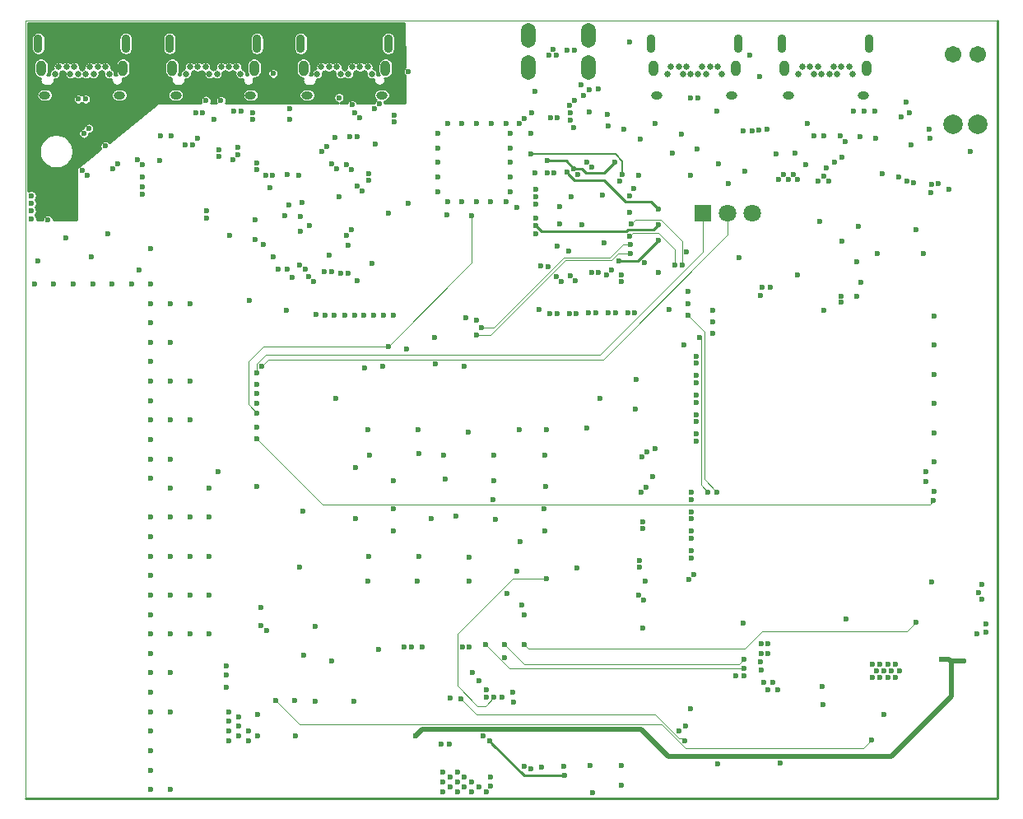
<source format=gbr>
%TF.GenerationSoftware,KiCad,Pcbnew,5.1.9+dfsg1-1*%
%TF.CreationDate,2022-02-15T13:48:39+01:00*%
%TF.ProjectId,sc606-baseboard,73633630-362d-4626-9173-65626f617264,rev?*%
%TF.SameCoordinates,Original*%
%TF.FileFunction,Copper,L4,Inr*%
%TF.FilePolarity,Positive*%
%FSLAX46Y46*%
G04 Gerber Fmt 4.6, Leading zero omitted, Abs format (unit mm)*
G04 Created by KiCad (PCBNEW 5.1.9+dfsg1-1) date 2022-02-15 13:48:39 commit a4fbcb5*
%MOMM*%
%LPD*%
G01*
G04 APERTURE LIST*
%TA.AperFunction,Profile*%
%ADD10C,0.120000*%
%TD*%
%TA.AperFunction,Profile*%
%ADD11C,0.254000*%
%TD*%
%TA.AperFunction,WasherPad*%
%ADD12C,1.710000*%
%TD*%
%TA.AperFunction,ComponentPad*%
%ADD13C,2.000000*%
%TD*%
%TA.AperFunction,ComponentPad*%
%ADD14O,0.900000X1.900000*%
%TD*%
%TA.AperFunction,ComponentPad*%
%ADD15O,1.000000X1.600000*%
%TD*%
%TA.AperFunction,ComponentPad*%
%ADD16O,1.150000X0.800000*%
%TD*%
%TA.AperFunction,ComponentPad*%
%ADD17C,0.650000*%
%TD*%
%TA.AperFunction,ComponentPad*%
%ADD18O,1.500000X2.550000*%
%TD*%
%TA.AperFunction,ComponentPad*%
%ADD19C,1.800000*%
%TD*%
%TA.AperFunction,ComponentPad*%
%ADD20R,1.800000X1.800000*%
%TD*%
%TA.AperFunction,ViaPad*%
%ADD21C,0.600000*%
%TD*%
%TA.AperFunction,Conductor*%
%ADD22C,0.125000*%
%TD*%
%TA.AperFunction,Conductor*%
%ADD23C,0.500000*%
%TD*%
%TA.AperFunction,Conductor*%
%ADD24C,0.250000*%
%TD*%
%TA.AperFunction,Conductor*%
%ADD25C,0.150000*%
%TD*%
%TA.AperFunction,Conductor*%
%ADD26C,0.254000*%
%TD*%
%TA.AperFunction,Conductor*%
%ADD27C,0.100000*%
%TD*%
G04 APERTURE END LIST*
D10*
X175600000Y-42400000D02*
X75600000Y-42400000D01*
D11*
X175600000Y-42400000D02*
X175600000Y-122400000D01*
D10*
X75600000Y-122400000D02*
X75600000Y-42400000D01*
D11*
X175600000Y-122400000D02*
X75600000Y-122400000D01*
D12*
%TO.N,*%
%TO.C,J1*%
X171050000Y-45920000D03*
X173550000Y-45920000D03*
D13*
%TO.N,GND*%
X173550000Y-53100000D03*
%TO.N,AUX_VDD*%
X171050000Y-53100000D03*
%TD*%
D14*
%TO.N,GND*%
%TO.C,J6*%
X76900000Y-44765000D03*
X85900000Y-44765000D03*
D15*
X77180000Y-47280000D03*
X85620000Y-47280000D03*
D16*
X77555000Y-50080000D03*
X85245000Y-50080000D03*
D17*
%TO.N,N/C*%
X79000000Y-47180000D03*
X79800000Y-47180000D03*
X80600000Y-47180000D03*
X82200000Y-47180000D03*
X83000000Y-47180000D03*
X83800000Y-47180000D03*
%TO.N,GND*%
X78600000Y-47880000D03*
%TO.N,/USB_flash_debug/USB_FLASH_5V0*%
X80200000Y-47880000D03*
%TO.N,/USB_flash_debug/USB_FLASH_P*%
X81000000Y-47880000D03*
%TO.N,/USB_flash_debug/USB_FLASH_N*%
X81800000Y-47880000D03*
%TO.N,/USB_flash_debug/USB_FLASH_5V0*%
X82600000Y-47880000D03*
%TO.N,GND*%
X84200000Y-47880000D03*
%TD*%
D14*
%TO.N,GND*%
%TO.C,J12*%
X153400000Y-44765000D03*
X162400000Y-44765000D03*
D15*
X153680000Y-47280000D03*
X162120000Y-47280000D03*
D16*
X154055000Y-50080000D03*
X161745000Y-50080000D03*
D17*
%TO.N,N/C*%
X155500000Y-47180000D03*
X156300000Y-47180000D03*
%TO.N,/USB-PD/PD_CC2*%
X157100000Y-47180000D03*
%TO.N,N/C*%
X158700000Y-47180000D03*
X159500000Y-47180000D03*
X160300000Y-47180000D03*
%TO.N,GND*%
X155100000Y-47880000D03*
%TO.N,/USB-PD/PD_VBUS*%
X156700000Y-47880000D03*
%TO.N,N/C*%
X157500000Y-47880000D03*
X158300000Y-47880000D03*
%TO.N,/USB-PD/PD_VBUS*%
X159100000Y-47880000D03*
%TO.N,GND*%
X160700000Y-47880000D03*
%TD*%
D14*
%TO.N,GND*%
%TO.C,J9*%
X139900000Y-44765000D03*
X148900000Y-44765000D03*
D15*
X140180000Y-47280000D03*
X148620000Y-47280000D03*
D16*
X140555000Y-50080000D03*
X148245000Y-50080000D03*
D17*
%TO.N,N/C*%
X142000000Y-47180000D03*
X142800000Y-47180000D03*
X143600000Y-47180000D03*
X145200000Y-47180000D03*
X146000000Y-47180000D03*
X146800000Y-47180000D03*
%TO.N,GND*%
X141600000Y-47880000D03*
%TO.N,/USB_flash_debug/DBG_VBUS*%
X143200000Y-47880000D03*
%TO.N,/USB_flash_debug/DBG_USB_D_P*%
X144000000Y-47880000D03*
%TO.N,/USB_flash_debug/DBG_USB_D_N*%
X144800000Y-47880000D03*
%TO.N,/USB_flash_debug/DBG_VBUS*%
X145600000Y-47880000D03*
%TO.N,GND*%
X147200000Y-47880000D03*
%TD*%
D14*
%TO.N,GND*%
%TO.C,J11*%
X90400000Y-44765000D03*
X99400000Y-44765000D03*
D15*
X90680000Y-47280000D03*
X99120000Y-47280000D03*
D16*
X91055000Y-50080000D03*
X98745000Y-50080000D03*
D17*
%TO.N,/USB_HUB_Connectors/USB_C2_SS_C_TX2_P*%
X92500000Y-47180000D03*
%TO.N,/USB_HUB_Connectors/USB_C2_SS_C_TX2_N*%
X93300000Y-47180000D03*
%TO.N,/USB_HUB_Connectors/USB_C2_CC2*%
X94100000Y-47180000D03*
%TO.N,Net-(J11-PadB8)*%
X95700000Y-47180000D03*
%TO.N,/USB_HUB_Connectors/USB_C2_SS_C_RX1_N*%
X96500000Y-47180000D03*
%TO.N,/USB_HUB_Connectors/USB_C2_SS_C_RX1_P*%
X97300000Y-47180000D03*
%TO.N,GND*%
X92100000Y-47880000D03*
%TO.N,/USB_HUB_Connectors/5V0_USB*%
X93700000Y-47880000D03*
%TO.N,/USB_HUB_Connectors/USB_C2_D2_P*%
X94500000Y-47880000D03*
%TO.N,/USB_HUB_Connectors/USB_C2_D2_N*%
X95300000Y-47880000D03*
%TO.N,/USB_HUB_Connectors/5V0_USB*%
X96100000Y-47880000D03*
%TO.N,GND*%
X97700000Y-47880000D03*
%TD*%
D14*
%TO.N,GND*%
%TO.C,J10*%
X103900000Y-44765000D03*
X112900000Y-44765000D03*
D15*
X104180000Y-47280000D03*
X112620000Y-47280000D03*
D16*
X104555000Y-50080000D03*
X112245000Y-50080000D03*
D17*
%TO.N,/USB_HUB_Connectors/USB_C1_SS_C_TX2_P*%
X106000000Y-47180000D03*
%TO.N,/USB_HUB_Connectors/USB_C1_SS_C_TX2_N*%
X106800000Y-47180000D03*
%TO.N,/USB_HUB_Connectors/USB_C1_CC2*%
X107600000Y-47180000D03*
%TO.N,Net-(J10-PadB8)*%
X109200000Y-47180000D03*
%TO.N,/USB_HUB_Connectors/USB_C1_SS_C_RX1_N*%
X110000000Y-47180000D03*
%TO.N,/USB_HUB_Connectors/USB_C1_SS_C_RX1_P*%
X110800000Y-47180000D03*
%TO.N,GND*%
X105600000Y-47880000D03*
%TO.N,/USB_HUB_Connectors/5V0_USB*%
X107200000Y-47880000D03*
%TO.N,/USB_HUB_Connectors/USB_C1_D2_P*%
X108000000Y-47880000D03*
%TO.N,/USB_HUB_Connectors/USB_C1_D2_N*%
X108800000Y-47880000D03*
%TO.N,/USB_HUB_Connectors/5V0_USB*%
X109600000Y-47880000D03*
%TO.N,GND*%
X111200000Y-47880000D03*
%TD*%
D18*
%TO.N,GND*%
%TO.C,J4*%
X133500000Y-43900000D03*
X127300000Y-43900000D03*
X133500000Y-47260000D03*
X127300000Y-47260000D03*
%TD*%
D19*
%TO.N,GND*%
%TO.C,SW1*%
X150330000Y-62250000D03*
%TO.N,DEBUG_UART_TX*%
X147790000Y-62250000D03*
D20*
%TO.N,DEBUG_UART_RX*%
X145250000Y-62250000D03*
%TD*%
D21*
%TO.N,GND*%
X130560000Y-61560000D03*
X131720000Y-60560000D03*
X138830000Y-54560000D03*
X88500000Y-87500000D03*
X90500000Y-87500000D03*
X88500000Y-89500000D03*
X88500000Y-93500000D03*
X88500000Y-95500000D03*
X90500000Y-93500000D03*
X92500000Y-93500000D03*
X90500000Y-90500000D03*
X94500000Y-93500000D03*
X94500000Y-90500000D03*
X94500000Y-97500000D03*
X94500000Y-101500000D03*
X94500000Y-105500000D03*
X90500000Y-121500000D03*
X88500000Y-97500000D03*
X90500000Y-97500000D03*
X92500000Y-97500000D03*
X88500000Y-99500000D03*
X88500000Y-101500000D03*
X88500000Y-103500000D03*
X88500000Y-105500000D03*
X88500000Y-107500000D03*
X90500000Y-101500000D03*
X92500000Y-101500000D03*
X90500000Y-105500000D03*
X92500000Y-105500000D03*
X88500000Y-109500000D03*
X90500000Y-109500000D03*
X88500000Y-81500000D03*
X86500000Y-69500000D03*
X84500000Y-69500000D03*
X82500000Y-69500000D03*
X80500000Y-69500000D03*
X78500000Y-69500000D03*
X76500000Y-69500000D03*
X122000000Y-53000000D03*
X120500000Y-53000000D03*
X119000000Y-53000000D03*
X123500000Y-53000000D03*
X125000000Y-53000000D03*
X125500000Y-57000000D03*
X125500000Y-55500000D03*
X125500000Y-54000000D03*
X125500000Y-58500000D03*
X125500000Y-60000000D03*
X122000000Y-61000000D03*
X120500000Y-61000000D03*
X119000000Y-61000000D03*
X118000000Y-57000000D03*
X118000000Y-58500000D03*
X118000000Y-60000000D03*
X118000000Y-55500000D03*
X118000000Y-54000000D03*
X123400000Y-61000000D03*
X125000000Y-61000000D03*
X174400000Y-104450000D03*
X174400000Y-105350000D03*
X173450000Y-105450000D03*
X152200000Y-69800000D03*
X151350000Y-69800000D03*
X151200000Y-70700000D03*
X88500000Y-113500000D03*
X88500000Y-117500000D03*
X88500000Y-119500000D03*
X88500000Y-121500000D03*
X88500000Y-85500000D03*
X90500000Y-83500000D03*
X92500000Y-83500000D03*
X88500000Y-83500000D03*
X88500000Y-79500000D03*
X90500000Y-79500000D03*
X92500000Y-79500000D03*
X88500000Y-77500000D03*
X88500000Y-75500000D03*
X90500000Y-75500000D03*
X88500000Y-73500000D03*
X88500000Y-71500000D03*
X90500000Y-71500000D03*
X92500000Y-71500000D03*
X88500000Y-69500000D03*
X88500000Y-115500000D03*
X88500000Y-111500000D03*
X90500000Y-113500000D03*
X114935000Y-61210000D03*
X110450000Y-78100000D03*
X112350000Y-78000000D03*
X120900000Y-73000000D03*
X124900000Y-107900000D03*
X138337501Y-82362499D03*
X96600000Y-64500000D03*
X82400000Y-66700000D03*
X79700000Y-64800000D03*
X89400000Y-56783628D03*
X83800000Y-55300000D03*
X84050000Y-64350000D03*
X111600000Y-55100000D03*
X107400000Y-54400000D03*
X133900000Y-121800000D03*
X127600000Y-119400010D03*
X163862501Y-113812501D03*
X157540000Y-110915000D03*
X153200000Y-118800000D03*
X125100000Y-101300000D03*
X168849996Y-100150004D03*
X160000000Y-104000000D03*
X109700000Y-69200000D03*
X128120000Y-64340000D03*
X169100000Y-75800000D03*
X169100000Y-72800000D03*
X169100000Y-78800000D03*
X169100000Y-81800000D03*
X169100000Y-84800000D03*
X169100000Y-87800000D03*
X169100000Y-90800000D03*
X134700000Y-81300000D03*
X122699998Y-116000000D03*
X119292785Y-112092785D03*
X132300000Y-98700000D03*
X126132215Y-99067785D03*
X126500000Y-96012500D03*
X129000000Y-94900000D03*
X123894715Y-93705285D03*
X121200000Y-97600000D03*
X121200000Y-100100000D03*
X115900000Y-100100000D03*
X110800000Y-100100000D03*
X116100000Y-97500000D03*
X110900000Y-97500000D03*
X116400000Y-106800000D03*
X111900000Y-107100000D03*
X109400000Y-112400000D03*
X105400000Y-112400000D03*
X103300000Y-112300000D03*
X99500000Y-113800000D03*
X104200000Y-107700000D03*
X103800000Y-98600000D03*
X104100000Y-92900000D03*
X119900000Y-93400000D03*
X123700000Y-91662501D03*
X128900000Y-92637501D03*
X129100000Y-90287500D03*
X123800000Y-89700000D03*
X118744714Y-89555286D03*
X117300000Y-93600000D03*
X113400000Y-94900000D03*
X113400000Y-92637501D03*
X109500000Y-93600000D03*
X113400000Y-89700000D03*
X109500000Y-88400000D03*
X129000000Y-87100000D03*
X123800000Y-87100000D03*
X118600000Y-87100000D03*
X116094714Y-86905286D03*
X111000000Y-87100000D03*
X110800000Y-84500000D03*
X116000000Y-84500000D03*
X121100000Y-84700000D03*
X126400000Y-84500000D03*
X129200000Y-84500000D03*
X133300000Y-84300000D03*
X140400000Y-86400000D03*
X140100000Y-89300000D03*
X144000000Y-113150000D03*
X131000000Y-119100000D03*
X128700000Y-119200000D03*
X126899330Y-119135586D03*
X99400000Y-90300000D03*
X107500000Y-81300000D03*
X98600000Y-71200000D03*
X105500000Y-72600000D03*
X102400000Y-72225000D03*
X104800000Y-63500000D03*
X103900000Y-64100000D03*
X102300000Y-62500000D03*
X102700000Y-61400000D03*
X103900000Y-62600000D03*
X104000000Y-61100000D03*
X120700000Y-78000000D03*
X130521364Y-63352162D03*
X128000000Y-58100000D03*
X130261094Y-65627897D03*
X135100000Y-65300000D03*
X131500000Y-66100000D03*
X134956906Y-60362035D03*
X138400000Y-79300000D03*
X143300000Y-75800000D03*
X141800000Y-72100000D03*
X128400000Y-72100000D03*
X138137491Y-59650000D03*
X140400000Y-52950000D03*
X146700000Y-51700000D03*
X144000000Y-58300000D03*
X146900000Y-57100000D03*
X152800000Y-56150000D03*
X154750000Y-56050000D03*
X150100000Y-45950000D03*
X161450000Y-54350000D03*
X166700000Y-55200000D03*
X159550000Y-56500000D03*
X165419715Y-58469715D03*
X161300000Y-63600000D03*
X161100000Y-70800000D03*
X161100000Y-67200000D03*
X155000000Y-68600000D03*
X132850000Y-63437491D03*
X144650000Y-55600000D03*
X157732482Y-72201785D03*
X170600000Y-59750000D03*
X139350000Y-100050000D03*
X139100000Y-104850000D03*
X133650000Y-119050000D03*
X129838747Y-45333160D03*
X134544715Y-49455285D03*
X133600000Y-51800000D03*
X127700000Y-51900000D03*
X93250000Y-54550000D03*
X97450000Y-55450000D03*
X95000000Y-52600000D03*
%TO.N,RTC_BAT*%
X95412490Y-88800002D03*
%TO.N,LDO6_1P8*%
X121500000Y-62500000D03*
X112900000Y-75900000D03*
X99400000Y-82800000D03*
X136900000Y-119025002D03*
X136900000Y-121100000D03*
X149500000Y-109800000D03*
%TO.N,V_SOM*%
X96250000Y-108750000D03*
X96250000Y-111000000D03*
X96500000Y-113500000D03*
X99500000Y-116000000D03*
X98500000Y-116500000D03*
X98500000Y-115500000D03*
X96500000Y-115500000D03*
X96500000Y-116500000D03*
X96500000Y-114500000D03*
X97500000Y-116000000D03*
X97500000Y-115000000D03*
X97500000Y-114000000D03*
X96250000Y-109750000D03*
%TO.N,VPH_PWR*%
X105400000Y-104700000D03*
%TO.N,5V0_SYS*%
X162700000Y-110000000D03*
X163500000Y-110000000D03*
X164300000Y-110000000D03*
X165100000Y-110000000D03*
X118500000Y-121750000D03*
X119250000Y-121250000D03*
X118500000Y-120750000D03*
X119250000Y-120250000D03*
X118500000Y-119750000D03*
X120000000Y-119750000D03*
X120000000Y-120750000D03*
X120000000Y-121750000D03*
X120750000Y-121250000D03*
X120750000Y-120250000D03*
X121500000Y-120750000D03*
X121500000Y-121750000D03*
X122250000Y-121250000D03*
X123000000Y-121750000D03*
X174000000Y-101950000D03*
X173600000Y-101250000D03*
X174000000Y-100400000D03*
X112900000Y-62200000D03*
X77900000Y-62900000D03*
X76900000Y-67100000D03*
X76200000Y-62800000D03*
X76200000Y-62000000D03*
X76200000Y-61200000D03*
X76200000Y-60400000D03*
X157600000Y-112750000D03*
X162700000Y-108600000D03*
X163100000Y-109300000D03*
X163500000Y-108600000D03*
X163900000Y-109300000D03*
X164300000Y-108600000D03*
X164700000Y-109300000D03*
X165100000Y-108600000D03*
X165500000Y-109300000D03*
X137712499Y-44612499D03*
X151150000Y-48200000D03*
X166200000Y-50750000D03*
X163050000Y-54500000D03*
X167200000Y-63900000D03*
X159500000Y-70800000D03*
X159499996Y-71400000D03*
%TO.N,Net-(C25-Pad2)*%
X163200000Y-66400000D03*
X168000000Y-66400000D03*
%TO.N,Net-(C25-Pad1)*%
X159600000Y-65100000D03*
%TO.N,1V2_SYS*%
X100100000Y-65400000D03*
X106800000Y-66500000D03*
X99200000Y-62900000D03*
X107887160Y-60487160D03*
X103823249Y-67560682D03*
X143612503Y-66200000D03*
X146300000Y-74550000D03*
X146300000Y-73400000D03*
X146300000Y-72200000D03*
X103700000Y-58300000D03*
X100700000Y-59600000D03*
%TO.N,3V3_CAM*%
X172100000Y-108250000D03*
X170850000Y-108350000D03*
X169850000Y-108100000D03*
X115757500Y-115957500D03*
%TO.N,3V3_SYS*%
X152000000Y-107500000D03*
X151200000Y-108400000D03*
X99200000Y-64892500D03*
X108600000Y-64500000D03*
X101102547Y-66702547D03*
X88500000Y-65900000D03*
X87600000Y-59500000D03*
X104400000Y-68000000D03*
X131037510Y-120050000D03*
X153000000Y-111250000D03*
X152000000Y-111250000D03*
X152500000Y-110500000D03*
X151500000Y-110500000D03*
X151250000Y-109250000D03*
X151250000Y-107500000D03*
X151250000Y-106500000D03*
X152000000Y-106500000D03*
X123326290Y-116498659D03*
X143750000Y-70250000D03*
X143750000Y-71500000D03*
X102550000Y-58200000D03*
%TO.N,/display module/RST_N*%
X149400000Y-104400000D03*
X146750000Y-90900000D03*
X143750000Y-72750000D03*
%TO.N,LT9611_VCC33_RX*%
X128100000Y-62732500D03*
X128074035Y-61319033D03*
X140687491Y-68300000D03*
X129322316Y-67695057D03*
%TO.N,LT9611_VCC33_TX*%
X129230000Y-56820000D03*
X132010001Y-57610001D03*
X136189998Y-56990000D03*
%TO.N,LT9611_VCC33_IO*%
X137700000Y-62150000D03*
X138680000Y-58320000D03*
X136690000Y-58900000D03*
X122000000Y-73200000D03*
X139228165Y-67271835D03*
%TO.N,Net-(C53-Pad1)*%
X128080000Y-60560000D03*
%TO.N,Net-(C57-Pad1)*%
X128080000Y-59770000D03*
%TO.N,LDO17_2P85*%
X169007220Y-91807220D03*
X99400000Y-85400000D03*
%TO.N,LT9611_VDD12*%
X136650000Y-67100000D03*
X137700000Y-60450000D03*
X126174998Y-61650000D03*
X140700000Y-65000000D03*
%TO.N,LT9611_VCC12_RX*%
X128575035Y-67664505D03*
X128120000Y-63520000D03*
X140700000Y-63400000D03*
%TO.N,LT9611_VCC12_TX*%
X140700000Y-61800000D03*
X131300000Y-58000000D03*
%TO.N,/display module/TX_D2_P*%
X129256578Y-58088512D03*
%TO.N,/display module/TX_D2_N*%
X129981578Y-58088512D03*
%TO.N,/display module/TX_D0_P*%
X133313673Y-56973673D03*
%TO.N,/display module/TX_D0_N*%
X133826327Y-57486327D03*
%TO.N,/display module/V_COMM*%
X135570000Y-53280000D03*
X131980000Y-53420000D03*
X137110004Y-53590000D03*
X132362500Y-58250000D03*
X127550000Y-54000000D03*
%TO.N,Net-(C85-Pad1)*%
X132742346Y-49042630D03*
%TO.N,SD_LDO11*%
X129160000Y-99815000D03*
X123782274Y-112000000D03*
%TO.N,USIM1_VDD*%
X112400000Y-72700000D03*
%TO.N,/USB_flash_debug/USB_FLASH_5V0*%
X87600000Y-60300000D03*
%TO.N,/USB_flash_debug/5V0_DBG*%
X142100000Y-56000000D03*
%TO.N,/USB_flash_debug/DBG_USB_D_P*%
X144762500Y-50337502D03*
%TO.N,1V8_DBG*%
X147900000Y-59200000D03*
%TO.N,/USB_flash_debug/DBG_USB_D_N*%
X144037500Y-50337502D03*
%TO.N,Net-(C117-Pad2)*%
X143074998Y-54050000D03*
%TO.N,/USB_HUB_Connectors/HUB_XTALI*%
X111200000Y-67400000D03*
%TO.N,/USB_HUB_Connectors/HUB_XTALO*%
X108800000Y-65500000D03*
%TO.N,/USB_HUB_Connectors/5V0_USB*%
X88400000Y-50700000D03*
X78600000Y-59700000D03*
X79100000Y-60200000D03*
X79700000Y-59700000D03*
X80200000Y-60200000D03*
X80700000Y-59700000D03*
X101100000Y-50600000D03*
%TO.N,/USB_flash_debug/USB_FLASH_P*%
X81762500Y-50487498D03*
X82106327Y-53493673D03*
X85081840Y-57150325D03*
%TO.N,/USB_flash_debug/USB_FLASH_N*%
X81037500Y-50487498D03*
X81593673Y-54006327D03*
X84569186Y-57662979D03*
%TO.N,DEBUG_UART_RX*%
X99400000Y-78650000D03*
%TO.N,DEBUG_UART_TX*%
X99900000Y-77950000D03*
%TO.N,Net-(IC1-Pad6)*%
X161500000Y-69300000D03*
%TO.N,/cameras module/CAM1_SCL*%
X123450000Y-121150000D03*
%TO.N,/cameras module/CAM1_SDA*%
X123450000Y-120250000D03*
%TO.N,/cameras module/CAM0_SCL*%
X118363967Y-116797198D03*
%TO.N,/cameras module/CAM0_SDA*%
X119200000Y-116800000D03*
%TO.N,VSYNC_CAM2*%
X121600001Y-109475012D03*
%TO.N,VSYNC_CAM1*%
X122200000Y-110299996D03*
%TO.N,TP0_I2C_SDA*%
X114800000Y-76200000D03*
X168200000Y-89800000D03*
%TO.N,TP0_I2C_SCL*%
X113400000Y-72700000D03*
X168200000Y-88800000D03*
%TO.N,/display module/DETECT_HDMI*%
X128000000Y-49700000D03*
%TO.N,/display module/CEC_HDMI*%
X149000000Y-66750000D03*
X133000000Y-50100000D03*
%TO.N,/display module/LTtoHDMI_SCL*%
X133600000Y-49530000D03*
%TO.N,/display module/LTtoHDMI_SDA*%
X135490000Y-52070000D03*
%TO.N,Net-(J11-PadA8)*%
X101050000Y-47850000D03*
X94152973Y-50621514D03*
%TO.N,SoM_USB_D_P*%
X81444732Y-57792078D03*
X99843673Y-104643673D03*
%TO.N,SoM_USB_D_N*%
X81957386Y-58304732D03*
X100356327Y-105156327D03*
%TO.N,CAM_RST*%
X126900000Y-106600000D03*
X167200000Y-104300000D03*
%TO.N,LT9611_RST_N*%
X124900000Y-106600000D03*
X149500000Y-108100000D03*
%TO.N,LT9611_INT0*%
X122900000Y-106600000D03*
X149500000Y-109074997D03*
%TO.N,HDMI_I2C_SCL*%
X117700000Y-75000000D03*
%TO.N,HDMI_I2C_SDA*%
X117755285Y-77744715D03*
%TO.N,SoM_USB3_TX_N*%
X121262500Y-106845636D03*
X108762500Y-68400000D03*
%TO.N,SoM_USB3_TX_P*%
X120537500Y-106845636D03*
X108037500Y-68400000D03*
%TO.N,SoM_USB3_RX_N*%
X115262500Y-106850000D03*
X107062500Y-68200000D03*
%TO.N,SoM_USB3_RX_P*%
X114537500Y-106850000D03*
X106337500Y-68200000D03*
%TO.N,VOL_DOWN*%
X106400000Y-72700000D03*
X142803640Y-115507076D03*
%TO.N,VOL_UP*%
X107349999Y-72700000D03*
X143500000Y-115000002D03*
%TO.N,Net-(M1-Pad145)*%
X108400000Y-72700000D03*
%TO.N,USIM1_RST*%
X109450000Y-72700000D03*
%TO.N,USIM1_CLK*%
X110400000Y-72700000D03*
%TO.N,USIM1_DATA*%
X111400000Y-72700000D03*
%TO.N,PWRKEY*%
X162600000Y-116400000D03*
X101330278Y-112319722D03*
%TO.N,SoM_USB_FLASH_ID*%
X99800000Y-102800000D03*
X87300000Y-68100000D03*
%TO.N,LDO5_1P8*%
X146800000Y-118900000D03*
X99400000Y-81800000D03*
%TO.N,Net-(M1-Pad8)*%
X99400000Y-80800000D03*
%TO.N,Net-(M1-Pad7)*%
X99400000Y-79800000D03*
%TO.N,/display module/CEC_LT*%
X137919715Y-63319715D03*
X143125003Y-67550000D03*
%TO.N,/display module/INT0*%
X148700000Y-109800000D03*
X137749934Y-64568431D03*
X145800000Y-90900000D03*
X142400000Y-67550000D03*
X144950000Y-75000000D03*
%TO.N,Net-(R59-Pad1)*%
X136990000Y-58220000D03*
X127550000Y-56150000D03*
%TO.N,Net-(R107-Pad1)*%
X87600000Y-58500000D03*
%TO.N,Net-(R113-Pad2)*%
X109100000Y-63900000D03*
%TO.N,Net-(R118-Pad2)*%
X103000000Y-68800000D03*
%TO.N,Net-(R119-Pad2)*%
X102500000Y-68000000D03*
%TO.N,Net-(R120-Pad2)*%
X101600000Y-68000000D03*
%TO.N,USB_HUB_P*%
X104743673Y-68743673D03*
X87606327Y-57223025D03*
%TO.N,USB_HUB_N*%
X105256327Y-69256327D03*
X87093673Y-56710371D03*
%TO.N,/USB_HUB_Connectors/USB_C1_SS_TX2_P*%
X110256327Y-59956327D03*
%TO.N,/USB_HUB_Connectors/USB_C1_SS_TX2_N*%
X109743673Y-59443673D03*
%TO.N,/USB_HUB_Connectors/USB_C1_SS_TX1_P*%
X107625431Y-57651327D03*
%TO.N,/USB_HUB_Connectors/USB_C1_SS_RX2_N*%
X110900000Y-58137500D03*
X106545684Y-55333030D03*
%TO.N,/USB_HUB_Connectors/USB_C1_SS_TX1_N*%
X107112777Y-57138673D03*
%TO.N,/USB_HUB_Connectors/USB_C1_SS_RX2_P*%
X110900000Y-58862500D03*
X106033030Y-55845684D03*
%TO.N,/USB_HUB_Connectors/USB_C2_SS_TX1_P*%
X101012500Y-58300000D03*
%TO.N,/USB_HUB_Connectors/USB_C2_SS_TX1_N*%
X100287500Y-58300000D03*
%TO.N,/USB_HUB_Connectors/USB_C2_SS_RX2_N*%
X94250000Y-62712500D03*
%TO.N,/USB_HUB_Connectors/USB_C2_SS_RX2_P*%
X94250000Y-61987500D03*
%TO.N,/USB_HUB_Connectors/USB_C1_CC1*%
X109170683Y-51079317D03*
X102800000Y-51500000D03*
%TO.N,/USB_HUB_Connectors/USB_C1_CC2*%
X102800000Y-52600000D03*
%TO.N,/USB_HUB_Connectors/USB_C2_CC1*%
X90600000Y-54300000D03*
X95697898Y-50653885D03*
%TO.N,/USB_HUB_Connectors/USB_C2_CC2*%
X89500000Y-54300000D03*
%TO.N,SD_DATA_6*%
X125769745Y-112472463D03*
%TO.N,SD_DATA_4*%
X126612499Y-102500000D03*
%TO.N,SD_DATA_5*%
X126900000Y-103500000D03*
%TO.N,SD_DATA_0*%
X123000000Y-111200000D03*
%TO.N,SD_DATA_1*%
X123000000Y-112000000D03*
%TO.N,SD_DATA_2*%
X125700000Y-111497451D03*
%TO.N,SD_DATA_3*%
X124599994Y-112000000D03*
%TO.N,CAM1_CLK_P*%
X143818673Y-99930007D03*
%TO.N,CAM1_CLK_N*%
X144331327Y-99417353D03*
%TO.N,CAM1_D0_P*%
X144075000Y-97662500D03*
%TO.N,CAM1_D0_N*%
X144075000Y-96937500D03*
%TO.N,CAM1_D1_P*%
X144075000Y-95662500D03*
%TO.N,CAM1_D1_N*%
X144075000Y-94937500D03*
%TO.N,CAM1_D2_P*%
X144075000Y-93662500D03*
%TO.N,CAM1_D2_N*%
X144075000Y-92937500D03*
%TO.N,CAM1_D3_P*%
X144075000Y-91662500D03*
%TO.N,CAM1_D3_N*%
X144075000Y-90937500D03*
%TO.N,/USB_HUB_Connectors/USB_C1_SS_C_TX1_P*%
X109970684Y-52391970D03*
%TO.N,/USB_HUB_Connectors/USB_C1_SS_C_TX1_N*%
X109458030Y-51879316D03*
%TO.N,/USB_HUB_Connectors/USB_C2_SS_C_TX1_P*%
X98992884Y-52588215D03*
%TO.N,/USB_HUB_Connectors/USB_C2_SS_C_TX2_P*%
X93812500Y-51900000D03*
%TO.N,/USB_HUB_Connectors/USB_C2_SS_C_TX1_N*%
X98992884Y-51863215D03*
%TO.N,/USB_HUB_Connectors/USB_C2_SS_C_TX2_N*%
X93087500Y-51900000D03*
%TO.N,/USB_HUB_Connectors/USB_C2_SS_C_RX2_N*%
X92762500Y-55153238D03*
%TO.N,/USB_HUB_Connectors/USB_C2_SS_C_RX1_N*%
X97042500Y-51718119D03*
%TO.N,/USB_HUB_Connectors/USB_C2_SS_C_RX2_P*%
X92037500Y-55153238D03*
%TO.N,/USB_HUB_Connectors/USB_C2_SS_C_RX1_P*%
X97767500Y-51718119D03*
%TO.N,CAM2_CLK_P*%
X139193829Y-102006327D03*
%TO.N,CAM2_CLK_N*%
X138681175Y-101493673D03*
%TO.N,CAM2_D0_P*%
X138768809Y-98662500D03*
%TO.N,CAM2_D0_N*%
X138768809Y-97937500D03*
%TO.N,CAM2_D1_P*%
X139100000Y-94662500D03*
%TO.N,CAM2_D1_N*%
X139100000Y-93937500D03*
%TO.N,CAM2_D2_P*%
X138943673Y-90906327D03*
%TO.N,CAM2_D2_N*%
X139456327Y-90393673D03*
%TO.N,CAM2_D3_P*%
X138993673Y-87306327D03*
%TO.N,CAM2_D3_N*%
X139506327Y-86793673D03*
%TO.N,/display module/TX_D2_Ferr_P*%
X126368673Y-53006327D03*
%TO.N,/display module/TX_D2_Ferr_N*%
X126881327Y-52493673D03*
%TO.N,/display module/TX_D0_Ferr_P*%
X131600000Y-52612500D03*
%TO.N,/display module/TX_D0_Ferr_N*%
X131600000Y-51887500D03*
%TO.N,/display module/TX_D1_Ferr_P*%
X129437500Y-45981860D03*
X129587500Y-52415161D03*
%TO.N,/display module/TX_D1_Ferr_N*%
X130162500Y-45981860D03*
X130312500Y-52415161D03*
%TO.N,/display module/TX_CLK_Ferr_P*%
X131526804Y-51139458D03*
X131302921Y-45467759D03*
%TO.N,/display module/TX_CLK_Ferr_N*%
X132039458Y-50626804D03*
X132027921Y-45467759D03*
%TO.N,SoMtoDisplay_D3_N*%
X144600000Y-76937500D03*
%TO.N,SoMtoDisplay_D3_P*%
X144600000Y-77662500D03*
%TO.N,SoMtoDisplay_D2_N*%
X144600000Y-78937500D03*
%TO.N,SoMtoDisplay_D2_P*%
X144600000Y-79662500D03*
%TO.N,SoMtoDisplay_D1_N*%
X144600000Y-80937500D03*
%TO.N,SoMtoDisplay_D1_P*%
X144600000Y-81662500D03*
%TO.N,SoMtoDisplay_D0_N*%
X144600000Y-82937500D03*
%TO.N,SoMtoDisplay_D0_P*%
X144600000Y-83662500D03*
%TO.N,SoMtoDisplay_CLK_N*%
X144600000Y-84937500D03*
%TO.N,SoMtoDisplay_CLK_P*%
X144600000Y-85662500D03*
%TO.N,SoMtoLT_D3_N*%
X129537500Y-72512482D03*
X130193673Y-68753916D03*
%TO.N,SoMtoLT_D3_P*%
X130262500Y-72512482D03*
X130706327Y-69266570D03*
%TO.N,SoMtoLT_D2_N*%
X131671213Y-68681861D03*
X131537500Y-72512298D03*
%TO.N,SoMtoLT_D2_P*%
X132183867Y-69194515D03*
X132262500Y-72512298D03*
%TO.N,SoMtoLT_D1_N*%
X133537500Y-72473175D03*
X133812500Y-68331134D03*
%TO.N,SoMtoLT_D1_P*%
X134262500Y-72473175D03*
X134537500Y-68331134D03*
%TO.N,SoMtoLT_D0_N*%
X135537500Y-72476044D03*
X135368515Y-68568829D03*
%TO.N,SoMtoLT_D0_P*%
X136262500Y-72476044D03*
X135881169Y-68056175D03*
%TO.N,SoMtoLT_CLK_N*%
X136875000Y-69262500D03*
X137537500Y-72477945D03*
%TO.N,SoMtoLT_CLK_P*%
X136875000Y-68537500D03*
X138262500Y-72477945D03*
%TO.N,USB_BOOT*%
X143450000Y-116500000D03*
X120400000Y-112200000D03*
%TO.N,/USB_HUB_Connectors/USB_C1_SS_C_RX1_N*%
X111487442Y-51478137D03*
%TO.N,/USB_HUB_Connectors/USB_C1_SS_C_RX1_P*%
X112000096Y-50965483D03*
%TO.N,/display module/SoMtoLT_SDA*%
X137800000Y-65450000D03*
X122500000Y-74000004D03*
%TO.N,/USB_HUB_Connectors/USB_C1_D2_N*%
X113500000Y-52137500D03*
%TO.N,/USB_HUB_Connectors/USB_C1_D1_P*%
X109712500Y-54350000D03*
X109106327Y-57756327D03*
%TO.N,/USB_HUB_Connectors/USB_C1_D1_N*%
X108987500Y-54350000D03*
X108593673Y-57243673D03*
%TO.N,/USB_HUB_Connectors/USB_C1_D2_P*%
X113500000Y-52862500D03*
%TO.N,/USB_HUB_Connectors/USB_C2_D2_P*%
X95514357Y-55673143D03*
%TO.N,/USB_HUB_Connectors/USB_C2_D2_N*%
X95514357Y-56398143D03*
%TO.N,/USB_HUB_Connectors/USB_C2_D1_P*%
X97411327Y-56240399D03*
X99400000Y-57037500D03*
%TO.N,/USB_HUB_Connectors/USB_C2_D1_N*%
X96898673Y-56753053D03*
X99400000Y-57762500D03*
%TO.N,/display module/SoMtoLT_SCL*%
X122000000Y-74750000D03*
X137850000Y-66349994D03*
%TO.N,Net-(J10-PadA8)*%
X107837797Y-50325002D03*
X115000000Y-47650000D03*
%TO.N,/USB-PD/VREG_2V7*%
X156700000Y-54250000D03*
X149550000Y-57900000D03*
%TO.N,PD_VDD*%
X157100000Y-58900000D03*
X158000000Y-57600000D03*
X158200000Y-58900000D03*
X157700000Y-58400000D03*
X158800000Y-57000000D03*
%TO.N,STUSB4500_AB_SIDE*%
X154550000Y-58200000D03*
%TO.N,Net-(R148-Pad2)*%
X155050000Y-58750000D03*
X157700000Y-54300000D03*
%TO.N,Net-(R150-Pad2)*%
X154050450Y-58725431D03*
X156037500Y-53000000D03*
%TO.N,STUSB4500_GPIO*%
X153550000Y-58200000D03*
%TO.N,STUSB4500_ATTACH*%
X149450000Y-53750000D03*
%TO.N,STUSB4500_SCL*%
X151900000Y-53550000D03*
%TO.N,STUSB4500_SDA*%
X151050000Y-53699999D03*
%TO.N,STUSB4500_ALERT*%
X155850000Y-57200000D03*
%TO.N,Net-(R157-Pad2)*%
X150326841Y-53751654D03*
%TO.N,/USB-PD/STUSB4500_PWR_OK2*%
X159902164Y-54853246D03*
%TO.N,Net-(D34-Pad1)*%
X163000000Y-51750000D03*
%TO.N,/USB-PD/STUSB4500_PWR_OK3*%
X153050000Y-58750000D03*
X159400000Y-54250000D03*
%TO.N,Net-(D34-Pad3)*%
X160800000Y-51750000D03*
%TO.N,Net-(D34-Pad2)*%
X161900000Y-51750000D03*
%TO.N,VDD*%
X168750000Y-60100000D03*
X157259354Y-63100000D03*
%TO.N,AUX_VDD*%
X166950000Y-59050000D03*
%TO.N,Net-(Q11-Pad2)*%
X169500000Y-59200000D03*
%TO.N,Net-(C156-Pad2)*%
X168776841Y-59251654D03*
%TO.N,Net-(C157-Pad2)*%
X163700000Y-58150000D03*
X172800000Y-55850000D03*
%TO.N,Net-(C159-Pad2)*%
X166232284Y-58947470D03*
X168550000Y-53600000D03*
%TO.N,Net-(D36-Pad2)*%
X166500000Y-51900000D03*
%TO.N,Net-(D37-Pad2)*%
X165712490Y-52341815D03*
%TO.N,Net-(Q10-Pad2)*%
X168650000Y-54500000D03*
%TO.N,Net-(M1-Pad168)*%
X107100000Y-108300000D03*
%TO.N,/peripherals/ANT_GNSS_*%
X118900000Y-62400000D03*
%TO.N,/SoM/USB_VBUS_DET*%
X103400000Y-115950000D03*
%TO.N,LDO10_2P8*%
X99400000Y-84250000D03*
%TD*%
D22*
%TO.N,LDO6_1P8*%
X121500000Y-67300000D02*
X112900000Y-75900000D01*
X121500000Y-62500000D02*
X121500000Y-67300000D01*
X98500000Y-81900000D02*
X99400000Y-82800000D01*
X98500000Y-77450000D02*
X98500000Y-81900000D01*
X100050000Y-75900000D02*
X98500000Y-77450000D01*
X112900000Y-75900000D02*
X100050000Y-75900000D01*
D23*
%TO.N,3V3_CAM*%
X138924999Y-115324999D02*
X141724999Y-118124999D01*
X123124003Y-115324997D02*
X123124005Y-115324999D01*
X141724999Y-118124999D02*
X164675001Y-118124999D01*
X116390003Y-115324997D02*
X123124003Y-115324997D01*
X115757500Y-115957500D02*
X116390003Y-115324997D01*
X170850000Y-111950000D02*
X170850000Y-108774264D01*
X170850000Y-108774264D02*
X170850000Y-108350000D01*
X123124005Y-115324999D02*
X138924999Y-115324999D01*
X164675001Y-118124999D02*
X170850000Y-111950000D01*
X170600000Y-108100000D02*
X170850000Y-108350000D01*
X169850000Y-108100000D02*
X170600000Y-108100000D01*
X170950000Y-108250000D02*
X170850000Y-108350000D01*
X172100000Y-108250000D02*
X170950000Y-108250000D01*
D24*
%TO.N,3V3_SYS*%
X126877631Y-120050000D02*
X123626289Y-116798658D01*
X131037510Y-120050000D02*
X126877631Y-120050000D01*
X123626289Y-116798658D02*
X123326290Y-116498659D01*
D22*
%TO.N,/display module/RST_N*%
X146750000Y-90900000D02*
X145450000Y-89600000D01*
X145450000Y-74450000D02*
X143750000Y-72750000D01*
X145450000Y-89600000D02*
X145450000Y-74450000D01*
D24*
%TO.N,LT9611_VCC33_TX*%
X131220000Y-56820000D02*
X129230000Y-56820000D01*
X132010001Y-57610001D02*
X131220000Y-56820000D01*
X132010001Y-57610001D02*
X132810001Y-57610001D01*
X132810001Y-57610001D02*
X133270000Y-58070000D01*
X133270000Y-58070000D02*
X135109998Y-58070000D01*
X135109998Y-58070000D02*
X136189998Y-56990000D01*
D22*
%TO.N,LDO17_2P85*%
X168664439Y-92150001D02*
X106150001Y-92150001D01*
X169007220Y-91807220D02*
X168664439Y-92150001D01*
X106150001Y-92150001D02*
X99400000Y-85400000D01*
D24*
%TO.N,LT9611_VDD12*%
X140700000Y-65000000D02*
X138600000Y-67100000D01*
X138600000Y-67100000D02*
X136650000Y-67100000D01*
%TO.N,LT9611_VCC12_RX*%
X128419999Y-63819999D02*
X128120000Y-63520000D01*
X128700000Y-64100000D02*
X128419999Y-63819999D01*
X137378498Y-64100000D02*
X128700000Y-64100000D01*
X137578498Y-63900000D02*
X137378498Y-64100000D01*
X140200000Y-63900000D02*
X137578498Y-63900000D01*
X140700000Y-63400000D02*
X140200000Y-63900000D01*
%TO.N,LT9611_VCC12_TX*%
X131689999Y-58469999D02*
X131390000Y-58170000D01*
X132070000Y-58850000D02*
X131689999Y-58469999D01*
X135121502Y-58850000D02*
X132070000Y-58850000D01*
X137271502Y-61000000D02*
X135121502Y-58850000D01*
X139900000Y-61000000D02*
X137271502Y-61000000D01*
X140700000Y-61800000D02*
X139900000Y-61000000D01*
D22*
%TO.N,SD_LDO11*%
X129160000Y-99815000D02*
X125685000Y-99815000D01*
X125685000Y-99815000D02*
X120000000Y-105500000D01*
X120000000Y-105500000D02*
X120000000Y-110800000D01*
X120000000Y-110800000D02*
X122100000Y-112900000D01*
X122882274Y-112900000D02*
X123782274Y-112000000D01*
X122100000Y-112900000D02*
X122882274Y-112900000D01*
%TO.N,DEBUG_UART_RX*%
X145300000Y-62300000D02*
X145250000Y-62250000D01*
X145300000Y-66161947D02*
X145300000Y-62300000D01*
X134661947Y-76800000D02*
X145300000Y-66161947D01*
X99400000Y-77728498D02*
X100328498Y-76800000D01*
X100328498Y-76800000D02*
X134661947Y-76800000D01*
X99400000Y-78650000D02*
X99400000Y-77728498D01*
%TO.N,DEBUG_UART_TX*%
X147840000Y-62300000D02*
X147790000Y-62250000D01*
X134992786Y-77257214D02*
X147840000Y-64410000D01*
X100592786Y-77257214D02*
X134992786Y-77257214D01*
X147840000Y-64410000D02*
X147840000Y-62300000D01*
X99900000Y-77950000D02*
X100592786Y-77257214D01*
%TO.N,CAM_RST*%
X127287501Y-106987501D02*
X149612499Y-106987501D01*
X126900000Y-106600000D02*
X127287501Y-106987501D01*
X149612499Y-106987501D02*
X151400000Y-105200000D01*
X166300000Y-105200000D02*
X167200000Y-104300000D01*
X151400000Y-105200000D02*
X166300000Y-105200000D01*
%TO.N,LT9611_RST_N*%
X126887496Y-108587496D02*
X148012504Y-108587496D01*
X124900000Y-106600000D02*
X126887496Y-108587496D01*
X149012504Y-108587496D02*
X149500000Y-108100000D01*
X148012504Y-108587496D02*
X149012504Y-108587496D01*
%TO.N,LT9611_INT0*%
X125374997Y-109074997D02*
X122900000Y-106600000D01*
X149500000Y-109074997D02*
X125374997Y-109074997D01*
%TO.N,PWRKEY*%
X143471494Y-117250000D02*
X141021494Y-114800000D01*
X162600000Y-116400000D02*
X161750000Y-117250000D01*
X141021494Y-114800000D02*
X103810556Y-114800000D01*
X161750000Y-117250000D02*
X143471494Y-117250000D01*
X103810556Y-114800000D02*
X101330278Y-112319722D01*
%TO.N,/display module/CEC_LT*%
X143125003Y-65103501D02*
X143125003Y-67550000D01*
X140934001Y-62912499D02*
X143125003Y-65103501D01*
X138326931Y-62912499D02*
X140934001Y-62912499D01*
X137919715Y-63319715D02*
X138326931Y-62912499D01*
%TO.N,/display module/INT0*%
X145087501Y-90187501D02*
X145087501Y-75087501D01*
X145800000Y-90900000D02*
X145087501Y-90187501D01*
X142400000Y-65978498D02*
X142400000Y-67550000D01*
X140689934Y-64268432D02*
X142400000Y-65978498D01*
X138049933Y-64268432D02*
X140689934Y-64268432D01*
X137749934Y-64568431D02*
X138049933Y-64268432D01*
D25*
%TO.N,Net-(R59-Pad1)*%
X136260000Y-56150000D02*
X127550000Y-56150000D01*
X136990000Y-56880000D02*
X136260000Y-56150000D01*
X136990000Y-58220000D02*
X136990000Y-56880000D01*
D22*
%TO.N,USB_BOOT*%
X121950000Y-113750000D02*
X120699999Y-112499999D01*
X140325062Y-113750000D02*
X121950000Y-113750000D01*
X142775063Y-116200001D02*
X140325062Y-113750000D01*
X143150001Y-116200001D02*
X142775063Y-116200001D01*
X143450000Y-116500000D02*
X143150001Y-116200001D01*
X120699999Y-112499999D02*
X120400000Y-112200000D01*
%TO.N,/display module/SoMtoLT_SDA*%
X137800000Y-65450000D02*
X137075744Y-65450000D01*
X137075744Y-65450000D02*
X135725744Y-66800000D01*
X135725744Y-66800000D02*
X130938875Y-66800000D01*
X130938875Y-66800000D02*
X123738871Y-74000004D01*
X123738871Y-74000004D02*
X122500000Y-74000004D01*
%TO.N,/display module/SoMtoLT_SCL*%
X131100000Y-67050000D02*
X135850000Y-67050000D01*
X122000000Y-74750000D02*
X123400000Y-74750000D01*
X137425736Y-66349994D02*
X137850000Y-66349994D01*
X136550006Y-66349994D02*
X137425736Y-66349994D01*
X123400000Y-74750000D02*
X131100000Y-67050000D01*
X135850000Y-67050000D02*
X136550006Y-66349994D01*
%TD*%
D26*
%TO.N,/USB_HUB_Connectors/5V0_USB*%
X114601300Y-47268054D02*
X114571234Y-47298120D01*
X114510824Y-47388530D01*
X114469213Y-47488988D01*
X114448000Y-47595633D01*
X114448000Y-47704367D01*
X114469213Y-47811012D01*
X114510824Y-47911470D01*
X114571234Y-48001880D01*
X114605767Y-48036413D01*
X114622259Y-50873000D01*
X112544514Y-50873000D01*
X112530883Y-50804471D01*
X112498950Y-50727378D01*
X112547814Y-50722565D01*
X112670717Y-50685283D01*
X112783984Y-50624741D01*
X112883264Y-50543264D01*
X112964741Y-50443984D01*
X113025283Y-50330717D01*
X113062565Y-50207814D01*
X113075154Y-50080000D01*
X113062565Y-49952186D01*
X113025283Y-49829283D01*
X112964741Y-49716016D01*
X112883264Y-49616736D01*
X112783984Y-49535259D01*
X112670717Y-49474717D01*
X112547814Y-49437435D01*
X112452022Y-49428000D01*
X112037978Y-49428000D01*
X111942186Y-49437435D01*
X111819283Y-49474717D01*
X111706016Y-49535259D01*
X111606736Y-49616736D01*
X111525259Y-49716016D01*
X111464717Y-49829283D01*
X111427435Y-49952186D01*
X111414846Y-50080000D01*
X111427435Y-50207814D01*
X111464717Y-50330717D01*
X111525259Y-50443984D01*
X111606736Y-50543264D01*
X111625923Y-50559010D01*
X111571330Y-50613603D01*
X111510920Y-50704013D01*
X111469309Y-50804471D01*
X111455678Y-50873000D01*
X109682704Y-50873000D01*
X109659859Y-50817847D01*
X109599449Y-50727437D01*
X109522563Y-50650551D01*
X109432153Y-50590141D01*
X109331695Y-50548530D01*
X109225050Y-50527317D01*
X109116316Y-50527317D01*
X109009671Y-50548530D01*
X108909213Y-50590141D01*
X108818803Y-50650551D01*
X108741917Y-50727437D01*
X108681507Y-50817847D01*
X108658662Y-50873000D01*
X107912283Y-50873000D01*
X107998809Y-50855789D01*
X108099267Y-50814178D01*
X108189677Y-50753768D01*
X108266563Y-50676882D01*
X108326973Y-50586472D01*
X108368584Y-50486014D01*
X108389797Y-50379369D01*
X108389797Y-50270635D01*
X108368584Y-50163990D01*
X108326973Y-50063532D01*
X108266563Y-49973122D01*
X108189677Y-49896236D01*
X108099267Y-49835826D01*
X107998809Y-49794215D01*
X107892164Y-49773002D01*
X107783430Y-49773002D01*
X107676785Y-49794215D01*
X107576327Y-49835826D01*
X107485917Y-49896236D01*
X107409031Y-49973122D01*
X107348621Y-50063532D01*
X107307010Y-50163990D01*
X107285797Y-50270635D01*
X107285797Y-50379369D01*
X107307010Y-50486014D01*
X107348621Y-50586472D01*
X107409031Y-50676882D01*
X107485917Y-50753768D01*
X107576327Y-50814178D01*
X107676785Y-50855789D01*
X107763311Y-50873000D01*
X96204618Y-50873000D01*
X96228685Y-50814897D01*
X96249898Y-50708252D01*
X96249898Y-50599518D01*
X96228685Y-50492873D01*
X96187074Y-50392415D01*
X96126664Y-50302005D01*
X96049778Y-50225119D01*
X95959368Y-50164709D01*
X95858910Y-50123098D01*
X95752265Y-50101885D01*
X95643531Y-50101885D01*
X95536886Y-50123098D01*
X95436428Y-50164709D01*
X95346018Y-50225119D01*
X95269132Y-50302005D01*
X95208722Y-50392415D01*
X95167111Y-50492873D01*
X95145898Y-50599518D01*
X95145898Y-50708252D01*
X95167111Y-50814897D01*
X95191178Y-50873000D01*
X94646285Y-50873000D01*
X94683760Y-50782526D01*
X94704973Y-50675881D01*
X94704973Y-50567147D01*
X94683760Y-50460502D01*
X94642149Y-50360044D01*
X94581739Y-50269634D01*
X94504853Y-50192748D01*
X94414443Y-50132338D01*
X94313985Y-50090727D01*
X94260057Y-50080000D01*
X97914846Y-50080000D01*
X97927435Y-50207814D01*
X97964717Y-50330717D01*
X98025259Y-50443984D01*
X98106736Y-50543264D01*
X98206016Y-50624741D01*
X98319283Y-50685283D01*
X98442186Y-50722565D01*
X98537978Y-50732000D01*
X98952022Y-50732000D01*
X99047814Y-50722565D01*
X99170717Y-50685283D01*
X99283984Y-50624741D01*
X99383264Y-50543264D01*
X99464741Y-50443984D01*
X99525283Y-50330717D01*
X99562565Y-50207814D01*
X99575154Y-50080000D01*
X103724846Y-50080000D01*
X103737435Y-50207814D01*
X103774717Y-50330717D01*
X103835259Y-50443984D01*
X103916736Y-50543264D01*
X104016016Y-50624741D01*
X104129283Y-50685283D01*
X104252186Y-50722565D01*
X104347978Y-50732000D01*
X104762022Y-50732000D01*
X104857814Y-50722565D01*
X104980717Y-50685283D01*
X105093984Y-50624741D01*
X105193264Y-50543264D01*
X105274741Y-50443984D01*
X105335283Y-50330717D01*
X105372565Y-50207814D01*
X105385154Y-50080000D01*
X105372565Y-49952186D01*
X105335283Y-49829283D01*
X105274741Y-49716016D01*
X105193264Y-49616736D01*
X105093984Y-49535259D01*
X104980717Y-49474717D01*
X104857814Y-49437435D01*
X104762022Y-49428000D01*
X104347978Y-49428000D01*
X104252186Y-49437435D01*
X104129283Y-49474717D01*
X104016016Y-49535259D01*
X103916736Y-49616736D01*
X103835259Y-49716016D01*
X103774717Y-49829283D01*
X103737435Y-49952186D01*
X103724846Y-50080000D01*
X99575154Y-50080000D01*
X99562565Y-49952186D01*
X99525283Y-49829283D01*
X99464741Y-49716016D01*
X99383264Y-49616736D01*
X99283984Y-49535259D01*
X99170717Y-49474717D01*
X99047814Y-49437435D01*
X98952022Y-49428000D01*
X98537978Y-49428000D01*
X98442186Y-49437435D01*
X98319283Y-49474717D01*
X98206016Y-49535259D01*
X98106736Y-49616736D01*
X98025259Y-49716016D01*
X97964717Y-49829283D01*
X97927435Y-49952186D01*
X97914846Y-50080000D01*
X94260057Y-50080000D01*
X94207340Y-50069514D01*
X94098606Y-50069514D01*
X93991961Y-50090727D01*
X93891503Y-50132338D01*
X93801093Y-50192748D01*
X93724207Y-50269634D01*
X93663797Y-50360044D01*
X93622186Y-50460502D01*
X93600973Y-50567147D01*
X93600973Y-50675881D01*
X93622186Y-50782526D01*
X93659661Y-50873000D01*
X89300000Y-50873000D01*
X89275224Y-50875440D01*
X89251399Y-50882667D01*
X89220956Y-50900596D01*
X84185411Y-54904765D01*
X84151880Y-54871234D01*
X84061470Y-54810824D01*
X83961012Y-54769213D01*
X83854367Y-54748000D01*
X83745633Y-54748000D01*
X83638988Y-54769213D01*
X83538530Y-54810824D01*
X83448120Y-54871234D01*
X83371234Y-54948120D01*
X83310824Y-55038530D01*
X83269213Y-55138988D01*
X83248000Y-55245633D01*
X83248000Y-55354367D01*
X83269213Y-55461012D01*
X83310824Y-55561470D01*
X83327732Y-55586774D01*
X81097542Y-57360178D01*
X81092852Y-57363312D01*
X81089944Y-57366220D01*
X80920956Y-57500596D01*
X80903082Y-57517927D01*
X80888933Y-57538412D01*
X80879052Y-57561263D01*
X80873819Y-57585603D01*
X80873000Y-57600000D01*
X80873000Y-62873000D01*
X78452000Y-62873000D01*
X78452000Y-62845633D01*
X78430787Y-62738988D01*
X78389176Y-62638530D01*
X78328766Y-62548120D01*
X78251880Y-62471234D01*
X78161470Y-62410824D01*
X78061012Y-62369213D01*
X77954367Y-62348000D01*
X77845633Y-62348000D01*
X77738988Y-62369213D01*
X77638530Y-62410824D01*
X77548120Y-62471234D01*
X77471234Y-62548120D01*
X77410824Y-62638530D01*
X77369213Y-62738988D01*
X77348000Y-62845633D01*
X77348000Y-62873000D01*
X76748294Y-62873000D01*
X76752000Y-62854367D01*
X76752000Y-62745633D01*
X76730787Y-62638988D01*
X76689176Y-62538530D01*
X76628766Y-62448120D01*
X76580646Y-62400000D01*
X76628766Y-62351880D01*
X76689176Y-62261470D01*
X76730787Y-62161012D01*
X76752000Y-62054367D01*
X76752000Y-61945633D01*
X76730787Y-61838988D01*
X76689176Y-61738530D01*
X76628766Y-61648120D01*
X76580646Y-61600000D01*
X76628766Y-61551880D01*
X76689176Y-61461470D01*
X76730787Y-61361012D01*
X76752000Y-61254367D01*
X76752000Y-61145633D01*
X76730787Y-61038988D01*
X76689176Y-60938530D01*
X76628766Y-60848120D01*
X76580646Y-60800000D01*
X76628766Y-60751880D01*
X76689176Y-60661470D01*
X76730787Y-60561012D01*
X76752000Y-60454367D01*
X76752000Y-60345633D01*
X76730787Y-60238988D01*
X76689176Y-60138530D01*
X76628766Y-60048120D01*
X76551880Y-59971234D01*
X76461470Y-59910824D01*
X76361012Y-59869213D01*
X76254367Y-59848000D01*
X76145633Y-59848000D01*
X76038988Y-59869213D01*
X75938530Y-59910824D01*
X75887000Y-59945255D01*
X75887000Y-55677443D01*
X76998000Y-55677443D01*
X76998000Y-56022557D01*
X77065329Y-56361039D01*
X77197398Y-56679883D01*
X77389133Y-56966835D01*
X77633165Y-57210867D01*
X77920117Y-57402602D01*
X78238961Y-57534671D01*
X78577443Y-57602000D01*
X78922557Y-57602000D01*
X79261039Y-57534671D01*
X79579883Y-57402602D01*
X79866835Y-57210867D01*
X80110867Y-56966835D01*
X80302602Y-56679883D01*
X80434671Y-56361039D01*
X80502000Y-56022557D01*
X80502000Y-55677443D01*
X80434671Y-55338961D01*
X80302602Y-55020117D01*
X80110867Y-54733165D01*
X79866835Y-54489133D01*
X79579883Y-54297398D01*
X79261039Y-54165329D01*
X78922557Y-54098000D01*
X78577443Y-54098000D01*
X78238961Y-54165329D01*
X77920117Y-54297398D01*
X77633165Y-54489133D01*
X77389133Y-54733165D01*
X77197398Y-55020117D01*
X77065329Y-55338961D01*
X76998000Y-55677443D01*
X75887000Y-55677443D01*
X75887000Y-53951960D01*
X81041673Y-53951960D01*
X81041673Y-54060694D01*
X81062886Y-54167339D01*
X81104497Y-54267797D01*
X81164907Y-54358207D01*
X81241793Y-54435093D01*
X81332203Y-54495503D01*
X81432661Y-54537114D01*
X81539306Y-54558327D01*
X81648040Y-54558327D01*
X81754685Y-54537114D01*
X81855143Y-54495503D01*
X81945553Y-54435093D01*
X82022439Y-54358207D01*
X82082849Y-54267797D01*
X82124460Y-54167339D01*
X82145673Y-54060694D01*
X82145673Y-54045673D01*
X82160694Y-54045673D01*
X82267339Y-54024460D01*
X82367797Y-53982849D01*
X82458207Y-53922439D01*
X82535093Y-53845553D01*
X82595503Y-53755143D01*
X82637114Y-53654685D01*
X82658327Y-53548040D01*
X82658327Y-53439306D01*
X82637114Y-53332661D01*
X82595503Y-53232203D01*
X82535093Y-53141793D01*
X82458207Y-53064907D01*
X82367797Y-53004497D01*
X82267339Y-52962886D01*
X82160694Y-52941673D01*
X82051960Y-52941673D01*
X81945315Y-52962886D01*
X81844857Y-53004497D01*
X81754447Y-53064907D01*
X81677561Y-53141793D01*
X81617151Y-53232203D01*
X81575540Y-53332661D01*
X81554327Y-53439306D01*
X81554327Y-53454327D01*
X81539306Y-53454327D01*
X81432661Y-53475540D01*
X81332203Y-53517151D01*
X81241793Y-53577561D01*
X81164907Y-53654447D01*
X81104497Y-53744857D01*
X81062886Y-53845315D01*
X81041673Y-53951960D01*
X75887000Y-53951960D01*
X75887000Y-50080000D01*
X76724846Y-50080000D01*
X76737435Y-50207814D01*
X76774717Y-50330717D01*
X76835259Y-50443984D01*
X76916736Y-50543264D01*
X77016016Y-50624741D01*
X77129283Y-50685283D01*
X77252186Y-50722565D01*
X77347978Y-50732000D01*
X77762022Y-50732000D01*
X77857814Y-50722565D01*
X77980717Y-50685283D01*
X78093984Y-50624741D01*
X78193264Y-50543264D01*
X78274741Y-50443984D01*
X78280542Y-50433131D01*
X80485500Y-50433131D01*
X80485500Y-50541865D01*
X80506713Y-50648510D01*
X80548324Y-50748968D01*
X80608734Y-50839378D01*
X80685620Y-50916264D01*
X80776030Y-50976674D01*
X80876488Y-51018285D01*
X80983133Y-51039498D01*
X81091867Y-51039498D01*
X81198512Y-51018285D01*
X81298970Y-50976674D01*
X81389380Y-50916264D01*
X81400000Y-50905644D01*
X81410620Y-50916264D01*
X81501030Y-50976674D01*
X81601488Y-51018285D01*
X81708133Y-51039498D01*
X81816867Y-51039498D01*
X81923512Y-51018285D01*
X82023970Y-50976674D01*
X82114380Y-50916264D01*
X82191266Y-50839378D01*
X82251676Y-50748968D01*
X82293287Y-50648510D01*
X82314500Y-50541865D01*
X82314500Y-50433131D01*
X82293287Y-50326486D01*
X82251676Y-50226028D01*
X82191266Y-50135618D01*
X82135648Y-50080000D01*
X84414846Y-50080000D01*
X84427435Y-50207814D01*
X84464717Y-50330717D01*
X84525259Y-50443984D01*
X84606736Y-50543264D01*
X84706016Y-50624741D01*
X84819283Y-50685283D01*
X84942186Y-50722565D01*
X85037978Y-50732000D01*
X85452022Y-50732000D01*
X85547814Y-50722565D01*
X85670717Y-50685283D01*
X85783984Y-50624741D01*
X85883264Y-50543264D01*
X85964741Y-50443984D01*
X86025283Y-50330717D01*
X86062565Y-50207814D01*
X86075154Y-50080000D01*
X90224846Y-50080000D01*
X90237435Y-50207814D01*
X90274717Y-50330717D01*
X90335259Y-50443984D01*
X90416736Y-50543264D01*
X90516016Y-50624741D01*
X90629283Y-50685283D01*
X90752186Y-50722565D01*
X90847978Y-50732000D01*
X91262022Y-50732000D01*
X91357814Y-50722565D01*
X91480717Y-50685283D01*
X91593984Y-50624741D01*
X91693264Y-50543264D01*
X91774741Y-50443984D01*
X91835283Y-50330717D01*
X91872565Y-50207814D01*
X91885154Y-50080000D01*
X91872565Y-49952186D01*
X91835283Y-49829283D01*
X91774741Y-49716016D01*
X91693264Y-49616736D01*
X91593984Y-49535259D01*
X91480717Y-49474717D01*
X91357814Y-49437435D01*
X91262022Y-49428000D01*
X90847978Y-49428000D01*
X90752186Y-49437435D01*
X90629283Y-49474717D01*
X90516016Y-49535259D01*
X90416736Y-49616736D01*
X90335259Y-49716016D01*
X90274717Y-49829283D01*
X90237435Y-49952186D01*
X90224846Y-50080000D01*
X86075154Y-50080000D01*
X86062565Y-49952186D01*
X86025283Y-49829283D01*
X85964741Y-49716016D01*
X85883264Y-49616736D01*
X85783984Y-49535259D01*
X85670717Y-49474717D01*
X85547814Y-49437435D01*
X85452022Y-49428000D01*
X85037978Y-49428000D01*
X84942186Y-49437435D01*
X84819283Y-49474717D01*
X84706016Y-49535259D01*
X84606736Y-49616736D01*
X84525259Y-49716016D01*
X84464717Y-49829283D01*
X84427435Y-49952186D01*
X84414846Y-50080000D01*
X82135648Y-50080000D01*
X82114380Y-50058732D01*
X82023970Y-49998322D01*
X81923512Y-49956711D01*
X81816867Y-49935498D01*
X81708133Y-49935498D01*
X81601488Y-49956711D01*
X81501030Y-49998322D01*
X81410620Y-50058732D01*
X81400000Y-50069352D01*
X81389380Y-50058732D01*
X81298970Y-49998322D01*
X81198512Y-49956711D01*
X81091867Y-49935498D01*
X80983133Y-49935498D01*
X80876488Y-49956711D01*
X80776030Y-49998322D01*
X80685620Y-50058732D01*
X80608734Y-50135618D01*
X80548324Y-50226028D01*
X80506713Y-50326486D01*
X80485500Y-50433131D01*
X78280542Y-50433131D01*
X78335283Y-50330717D01*
X78372565Y-50207814D01*
X78385154Y-50080000D01*
X78372565Y-49952186D01*
X78335283Y-49829283D01*
X78274741Y-49716016D01*
X78193264Y-49616736D01*
X78093984Y-49535259D01*
X77980717Y-49474717D01*
X77857814Y-49437435D01*
X77762022Y-49428000D01*
X77347978Y-49428000D01*
X77252186Y-49437435D01*
X77129283Y-49474717D01*
X77016016Y-49535259D01*
X76916736Y-49616736D01*
X76835259Y-49716016D01*
X76774717Y-49829283D01*
X76737435Y-49952186D01*
X76724846Y-50080000D01*
X75887000Y-50080000D01*
X75887000Y-46943062D01*
X76428000Y-46943062D01*
X76428000Y-47616937D01*
X76438881Y-47727417D01*
X76481882Y-47869169D01*
X76551710Y-47999809D01*
X76645683Y-48114317D01*
X76760190Y-48208290D01*
X76890830Y-48278118D01*
X77032582Y-48321119D01*
X77108144Y-48328561D01*
X77081350Y-48416888D01*
X77070209Y-48530000D01*
X77081350Y-48643112D01*
X77114343Y-48751876D01*
X77167921Y-48852115D01*
X77240026Y-48939974D01*
X77327885Y-49012079D01*
X77428124Y-49065657D01*
X77536888Y-49098650D01*
X77621664Y-49107000D01*
X77978336Y-49107000D01*
X78063112Y-49098650D01*
X78171876Y-49065657D01*
X78272115Y-49012079D01*
X78359974Y-48939974D01*
X78432079Y-48852115D01*
X78485657Y-48751876D01*
X78518650Y-48643112D01*
X78529791Y-48530000D01*
X78522190Y-48452827D01*
X78543170Y-48457000D01*
X78656830Y-48457000D01*
X78768305Y-48434826D01*
X78873312Y-48391331D01*
X78967816Y-48328185D01*
X79048185Y-48247816D01*
X79111331Y-48153312D01*
X79154826Y-48048305D01*
X79177000Y-47936830D01*
X79177000Y-47823170D01*
X79159765Y-47736525D01*
X79168305Y-47734826D01*
X79273312Y-47691331D01*
X79367816Y-47628185D01*
X79400000Y-47596001D01*
X79432184Y-47628185D01*
X79526688Y-47691331D01*
X79631695Y-47734826D01*
X79640235Y-47736525D01*
X79623000Y-47823170D01*
X79623000Y-47936830D01*
X79645174Y-48048305D01*
X79688669Y-48153312D01*
X79751815Y-48247816D01*
X79832184Y-48328185D01*
X79926688Y-48391331D01*
X80031695Y-48434826D01*
X80143170Y-48457000D01*
X80256830Y-48457000D01*
X80368305Y-48434826D01*
X80473312Y-48391331D01*
X80567816Y-48328185D01*
X80600000Y-48296001D01*
X80632184Y-48328185D01*
X80726688Y-48391331D01*
X80831695Y-48434826D01*
X80943170Y-48457000D01*
X81056830Y-48457000D01*
X81168305Y-48434826D01*
X81273312Y-48391331D01*
X81367816Y-48328185D01*
X81400000Y-48296001D01*
X81432184Y-48328185D01*
X81526688Y-48391331D01*
X81631695Y-48434826D01*
X81743170Y-48457000D01*
X81856830Y-48457000D01*
X81968305Y-48434826D01*
X82073312Y-48391331D01*
X82167816Y-48328185D01*
X82200000Y-48296001D01*
X82232184Y-48328185D01*
X82326688Y-48391331D01*
X82431695Y-48434826D01*
X82543170Y-48457000D01*
X82656830Y-48457000D01*
X82768305Y-48434826D01*
X82873312Y-48391331D01*
X82967816Y-48328185D01*
X83048185Y-48247816D01*
X83111331Y-48153312D01*
X83154826Y-48048305D01*
X83177000Y-47936830D01*
X83177000Y-47823170D01*
X83159765Y-47736525D01*
X83168305Y-47734826D01*
X83273312Y-47691331D01*
X83367816Y-47628185D01*
X83400000Y-47596001D01*
X83432184Y-47628185D01*
X83526688Y-47691331D01*
X83631695Y-47734826D01*
X83640235Y-47736525D01*
X83623000Y-47823170D01*
X83623000Y-47936830D01*
X83645174Y-48048305D01*
X83688669Y-48153312D01*
X83751815Y-48247816D01*
X83832184Y-48328185D01*
X83926688Y-48391331D01*
X84031695Y-48434826D01*
X84143170Y-48457000D01*
X84256830Y-48457000D01*
X84368305Y-48434826D01*
X84436223Y-48406694D01*
X84423000Y-48473170D01*
X84423000Y-48586830D01*
X84445174Y-48698305D01*
X84488669Y-48803312D01*
X84551815Y-48897816D01*
X84632184Y-48978185D01*
X84726688Y-49041331D01*
X84831695Y-49084826D01*
X84943170Y-49107000D01*
X85056830Y-49107000D01*
X85168305Y-49084826D01*
X85273312Y-49041331D01*
X85367816Y-48978185D01*
X85448185Y-48897816D01*
X85511331Y-48803312D01*
X85554826Y-48698305D01*
X85577000Y-48586830D01*
X85577000Y-48473170D01*
X85554826Y-48361695D01*
X85540802Y-48327838D01*
X85620000Y-48335638D01*
X85767417Y-48321119D01*
X85909169Y-48278118D01*
X86039809Y-48208290D01*
X86154317Y-48114317D01*
X86248290Y-47999810D01*
X86318118Y-47869170D01*
X86361119Y-47727418D01*
X86372000Y-47616938D01*
X86372000Y-46943062D01*
X89928000Y-46943062D01*
X89928000Y-47616937D01*
X89938881Y-47727417D01*
X89981882Y-47869169D01*
X90051710Y-47999809D01*
X90145683Y-48114317D01*
X90260190Y-48208290D01*
X90390830Y-48278118D01*
X90532582Y-48321119D01*
X90608144Y-48328561D01*
X90581350Y-48416888D01*
X90570209Y-48530000D01*
X90581350Y-48643112D01*
X90614343Y-48751876D01*
X90667921Y-48852115D01*
X90740026Y-48939974D01*
X90827885Y-49012079D01*
X90928124Y-49065657D01*
X91036888Y-49098650D01*
X91121664Y-49107000D01*
X91478336Y-49107000D01*
X91563112Y-49098650D01*
X91671876Y-49065657D01*
X91772115Y-49012079D01*
X91859974Y-48939974D01*
X91932079Y-48852115D01*
X91985657Y-48751876D01*
X92018650Y-48643112D01*
X92029791Y-48530000D01*
X92022190Y-48452827D01*
X92043170Y-48457000D01*
X92156830Y-48457000D01*
X92268305Y-48434826D01*
X92373312Y-48391331D01*
X92467816Y-48328185D01*
X92548185Y-48247816D01*
X92611331Y-48153312D01*
X92654826Y-48048305D01*
X92677000Y-47936830D01*
X92677000Y-47823170D01*
X92659765Y-47736525D01*
X92668305Y-47734826D01*
X92773312Y-47691331D01*
X92867816Y-47628185D01*
X92900000Y-47596001D01*
X92932184Y-47628185D01*
X93026688Y-47691331D01*
X93131695Y-47734826D01*
X93243170Y-47757000D01*
X93356830Y-47757000D01*
X93468305Y-47734826D01*
X93573312Y-47691331D01*
X93667816Y-47628185D01*
X93700000Y-47596001D01*
X93732184Y-47628185D01*
X93826688Y-47691331D01*
X93931695Y-47734826D01*
X93940235Y-47736525D01*
X93923000Y-47823170D01*
X93923000Y-47936830D01*
X93945174Y-48048305D01*
X93988669Y-48153312D01*
X94051815Y-48247816D01*
X94132184Y-48328185D01*
X94226688Y-48391331D01*
X94331695Y-48434826D01*
X94443170Y-48457000D01*
X94556830Y-48457000D01*
X94668305Y-48434826D01*
X94773312Y-48391331D01*
X94867816Y-48328185D01*
X94900000Y-48296001D01*
X94932184Y-48328185D01*
X95026688Y-48391331D01*
X95131695Y-48434826D01*
X95243170Y-48457000D01*
X95356830Y-48457000D01*
X95468305Y-48434826D01*
X95573312Y-48391331D01*
X95667816Y-48328185D01*
X95748185Y-48247816D01*
X95811331Y-48153312D01*
X95854826Y-48048305D01*
X95877000Y-47936830D01*
X95877000Y-47823170D01*
X95859765Y-47736525D01*
X95868305Y-47734826D01*
X95973312Y-47691331D01*
X96067816Y-47628185D01*
X96100000Y-47596001D01*
X96132184Y-47628185D01*
X96226688Y-47691331D01*
X96331695Y-47734826D01*
X96443170Y-47757000D01*
X96556830Y-47757000D01*
X96668305Y-47734826D01*
X96773312Y-47691331D01*
X96867816Y-47628185D01*
X96900000Y-47596001D01*
X96932184Y-47628185D01*
X97026688Y-47691331D01*
X97131695Y-47734826D01*
X97140235Y-47736525D01*
X97123000Y-47823170D01*
X97123000Y-47936830D01*
X97145174Y-48048305D01*
X97188669Y-48153312D01*
X97251815Y-48247816D01*
X97332184Y-48328185D01*
X97426688Y-48391331D01*
X97531695Y-48434826D01*
X97643170Y-48457000D01*
X97756830Y-48457000D01*
X97868305Y-48434826D01*
X97936223Y-48406694D01*
X97923000Y-48473170D01*
X97923000Y-48586830D01*
X97945174Y-48698305D01*
X97988669Y-48803312D01*
X98051815Y-48897816D01*
X98132184Y-48978185D01*
X98226688Y-49041331D01*
X98331695Y-49084826D01*
X98443170Y-49107000D01*
X98556830Y-49107000D01*
X98668305Y-49084826D01*
X98773312Y-49041331D01*
X98867816Y-48978185D01*
X98948185Y-48897816D01*
X99011331Y-48803312D01*
X99054826Y-48698305D01*
X99077000Y-48586830D01*
X99077000Y-48473170D01*
X99054826Y-48361695D01*
X99040802Y-48327838D01*
X99120000Y-48335638D01*
X99267417Y-48321119D01*
X99409169Y-48278118D01*
X99539809Y-48208290D01*
X99654317Y-48114317D01*
X99748290Y-47999810D01*
X99818118Y-47869170D01*
X99840425Y-47795633D01*
X100498000Y-47795633D01*
X100498000Y-47904367D01*
X100519213Y-48011012D01*
X100560824Y-48111470D01*
X100621234Y-48201880D01*
X100698120Y-48278766D01*
X100788530Y-48339176D01*
X100888988Y-48380787D01*
X100995633Y-48402000D01*
X101104367Y-48402000D01*
X101211012Y-48380787D01*
X101311470Y-48339176D01*
X101401880Y-48278766D01*
X101478766Y-48201880D01*
X101539176Y-48111470D01*
X101580787Y-48011012D01*
X101602000Y-47904367D01*
X101602000Y-47795633D01*
X101580787Y-47688988D01*
X101539176Y-47588530D01*
X101478766Y-47498120D01*
X101401880Y-47421234D01*
X101311470Y-47360824D01*
X101211012Y-47319213D01*
X101104367Y-47298000D01*
X100995633Y-47298000D01*
X100888988Y-47319213D01*
X100788530Y-47360824D01*
X100698120Y-47421234D01*
X100621234Y-47498120D01*
X100560824Y-47588530D01*
X100519213Y-47688988D01*
X100498000Y-47795633D01*
X99840425Y-47795633D01*
X99861119Y-47727418D01*
X99872000Y-47616938D01*
X99872000Y-46943062D01*
X103428000Y-46943062D01*
X103428000Y-47616937D01*
X103438881Y-47727417D01*
X103481882Y-47869169D01*
X103551710Y-47999809D01*
X103645683Y-48114317D01*
X103760190Y-48208290D01*
X103890830Y-48278118D01*
X104032582Y-48321119D01*
X104108144Y-48328561D01*
X104081350Y-48416888D01*
X104070209Y-48530000D01*
X104081350Y-48643112D01*
X104114343Y-48751876D01*
X104167921Y-48852115D01*
X104240026Y-48939974D01*
X104327885Y-49012079D01*
X104428124Y-49065657D01*
X104536888Y-49098650D01*
X104621664Y-49107000D01*
X104978336Y-49107000D01*
X105063112Y-49098650D01*
X105171876Y-49065657D01*
X105272115Y-49012079D01*
X105359974Y-48939974D01*
X105432079Y-48852115D01*
X105485657Y-48751876D01*
X105518650Y-48643112D01*
X105529791Y-48530000D01*
X105522190Y-48452827D01*
X105543170Y-48457000D01*
X105656830Y-48457000D01*
X105768305Y-48434826D01*
X105873312Y-48391331D01*
X105967816Y-48328185D01*
X106048185Y-48247816D01*
X106111331Y-48153312D01*
X106154826Y-48048305D01*
X106177000Y-47936830D01*
X106177000Y-47823170D01*
X106159765Y-47736525D01*
X106168305Y-47734826D01*
X106273312Y-47691331D01*
X106367816Y-47628185D01*
X106400000Y-47596001D01*
X106432184Y-47628185D01*
X106526688Y-47691331D01*
X106631695Y-47734826D01*
X106743170Y-47757000D01*
X106856830Y-47757000D01*
X106968305Y-47734826D01*
X107073312Y-47691331D01*
X107167816Y-47628185D01*
X107200000Y-47596001D01*
X107232184Y-47628185D01*
X107326688Y-47691331D01*
X107431695Y-47734826D01*
X107440235Y-47736525D01*
X107423000Y-47823170D01*
X107423000Y-47936830D01*
X107445174Y-48048305D01*
X107488669Y-48153312D01*
X107551815Y-48247816D01*
X107632184Y-48328185D01*
X107726688Y-48391331D01*
X107831695Y-48434826D01*
X107943170Y-48457000D01*
X108056830Y-48457000D01*
X108168305Y-48434826D01*
X108273312Y-48391331D01*
X108367816Y-48328185D01*
X108400000Y-48296001D01*
X108432184Y-48328185D01*
X108526688Y-48391331D01*
X108631695Y-48434826D01*
X108743170Y-48457000D01*
X108856830Y-48457000D01*
X108968305Y-48434826D01*
X109073312Y-48391331D01*
X109167816Y-48328185D01*
X109248185Y-48247816D01*
X109311331Y-48153312D01*
X109354826Y-48048305D01*
X109377000Y-47936830D01*
X109377000Y-47823170D01*
X109359765Y-47736525D01*
X109368305Y-47734826D01*
X109473312Y-47691331D01*
X109567816Y-47628185D01*
X109600000Y-47596001D01*
X109632184Y-47628185D01*
X109726688Y-47691331D01*
X109831695Y-47734826D01*
X109943170Y-47757000D01*
X110056830Y-47757000D01*
X110168305Y-47734826D01*
X110273312Y-47691331D01*
X110367816Y-47628185D01*
X110400000Y-47596001D01*
X110432184Y-47628185D01*
X110526688Y-47691331D01*
X110631695Y-47734826D01*
X110640235Y-47736525D01*
X110623000Y-47823170D01*
X110623000Y-47936830D01*
X110645174Y-48048305D01*
X110688669Y-48153312D01*
X110751815Y-48247816D01*
X110832184Y-48328185D01*
X110926688Y-48391331D01*
X111031695Y-48434826D01*
X111143170Y-48457000D01*
X111256830Y-48457000D01*
X111368305Y-48434826D01*
X111436223Y-48406694D01*
X111423000Y-48473170D01*
X111423000Y-48586830D01*
X111445174Y-48698305D01*
X111488669Y-48803312D01*
X111551815Y-48897816D01*
X111632184Y-48978185D01*
X111726688Y-49041331D01*
X111831695Y-49084826D01*
X111943170Y-49107000D01*
X112056830Y-49107000D01*
X112168305Y-49084826D01*
X112273312Y-49041331D01*
X112367816Y-48978185D01*
X112448185Y-48897816D01*
X112511331Y-48803312D01*
X112554826Y-48698305D01*
X112577000Y-48586830D01*
X112577000Y-48473170D01*
X112554826Y-48361695D01*
X112540802Y-48327838D01*
X112620000Y-48335638D01*
X112767417Y-48321119D01*
X112909169Y-48278118D01*
X113039809Y-48208290D01*
X113154317Y-48114317D01*
X113248290Y-47999810D01*
X113318118Y-47869170D01*
X113361119Y-47727418D01*
X113372000Y-47616938D01*
X113372000Y-46943062D01*
X113361119Y-46832582D01*
X113318118Y-46690830D01*
X113248290Y-46560190D01*
X113154317Y-46445683D01*
X113039810Y-46351710D01*
X112909170Y-46281882D01*
X112767418Y-46238881D01*
X112620000Y-46224362D01*
X112472583Y-46238881D01*
X112330831Y-46281882D01*
X112200191Y-46351710D01*
X112085684Y-46445683D01*
X111991711Y-46560190D01*
X111921882Y-46690830D01*
X111878881Y-46832582D01*
X111868000Y-46943062D01*
X111868000Y-47616937D01*
X111878881Y-47727417D01*
X111921882Y-47869169D01*
X111966690Y-47953000D01*
X111943170Y-47953000D01*
X111831695Y-47975174D01*
X111763777Y-48003306D01*
X111777000Y-47936830D01*
X111777000Y-47823170D01*
X111754826Y-47711695D01*
X111711331Y-47606688D01*
X111648185Y-47512184D01*
X111567816Y-47431815D01*
X111473312Y-47368669D01*
X111368305Y-47325174D01*
X111359765Y-47323475D01*
X111377000Y-47236830D01*
X111377000Y-47123170D01*
X111354826Y-47011695D01*
X111311331Y-46906688D01*
X111248185Y-46812184D01*
X111167816Y-46731815D01*
X111073312Y-46668669D01*
X110968305Y-46625174D01*
X110856830Y-46603000D01*
X110743170Y-46603000D01*
X110631695Y-46625174D01*
X110526688Y-46668669D01*
X110432184Y-46731815D01*
X110400000Y-46763999D01*
X110367816Y-46731815D01*
X110273312Y-46668669D01*
X110168305Y-46625174D01*
X110056830Y-46603000D01*
X109943170Y-46603000D01*
X109831695Y-46625174D01*
X109726688Y-46668669D01*
X109632184Y-46731815D01*
X109600000Y-46763999D01*
X109567816Y-46731815D01*
X109473312Y-46668669D01*
X109368305Y-46625174D01*
X109256830Y-46603000D01*
X109143170Y-46603000D01*
X109031695Y-46625174D01*
X108926688Y-46668669D01*
X108832184Y-46731815D01*
X108751815Y-46812184D01*
X108688669Y-46906688D01*
X108645174Y-47011695D01*
X108623000Y-47123170D01*
X108623000Y-47236830D01*
X108640235Y-47323475D01*
X108631695Y-47325174D01*
X108526688Y-47368669D01*
X108432184Y-47431815D01*
X108400000Y-47463999D01*
X108367816Y-47431815D01*
X108273312Y-47368669D01*
X108168305Y-47325174D01*
X108159765Y-47323475D01*
X108177000Y-47236830D01*
X108177000Y-47123170D01*
X108154826Y-47011695D01*
X108111331Y-46906688D01*
X108048185Y-46812184D01*
X107967816Y-46731815D01*
X107873312Y-46668669D01*
X107768305Y-46625174D01*
X107656830Y-46603000D01*
X107543170Y-46603000D01*
X107431695Y-46625174D01*
X107326688Y-46668669D01*
X107232184Y-46731815D01*
X107200000Y-46763999D01*
X107167816Y-46731815D01*
X107073312Y-46668669D01*
X106968305Y-46625174D01*
X106856830Y-46603000D01*
X106743170Y-46603000D01*
X106631695Y-46625174D01*
X106526688Y-46668669D01*
X106432184Y-46731815D01*
X106400000Y-46763999D01*
X106367816Y-46731815D01*
X106273312Y-46668669D01*
X106168305Y-46625174D01*
X106056830Y-46603000D01*
X105943170Y-46603000D01*
X105831695Y-46625174D01*
X105726688Y-46668669D01*
X105632184Y-46731815D01*
X105551815Y-46812184D01*
X105488669Y-46906688D01*
X105445174Y-47011695D01*
X105423000Y-47123170D01*
X105423000Y-47236830D01*
X105440235Y-47323475D01*
X105431695Y-47325174D01*
X105326688Y-47368669D01*
X105232184Y-47431815D01*
X105151815Y-47512184D01*
X105088669Y-47606688D01*
X105045174Y-47711695D01*
X105023000Y-47823170D01*
X105023000Y-47936830D01*
X105027173Y-47957810D01*
X104978336Y-47953000D01*
X104833310Y-47953000D01*
X104878118Y-47869170D01*
X104921119Y-47727418D01*
X104932000Y-47616938D01*
X104932000Y-46943062D01*
X104921119Y-46832582D01*
X104878118Y-46690830D01*
X104808290Y-46560190D01*
X104714317Y-46445683D01*
X104599810Y-46351710D01*
X104469170Y-46281882D01*
X104327418Y-46238881D01*
X104180000Y-46224362D01*
X104032583Y-46238881D01*
X103890831Y-46281882D01*
X103760191Y-46351710D01*
X103645684Y-46445683D01*
X103551711Y-46560190D01*
X103481882Y-46690830D01*
X103438881Y-46832582D01*
X103428000Y-46943062D01*
X99872000Y-46943062D01*
X99861119Y-46832582D01*
X99818118Y-46690830D01*
X99748290Y-46560190D01*
X99654317Y-46445683D01*
X99539810Y-46351710D01*
X99409170Y-46281882D01*
X99267418Y-46238881D01*
X99120000Y-46224362D01*
X98972583Y-46238881D01*
X98830831Y-46281882D01*
X98700191Y-46351710D01*
X98585684Y-46445683D01*
X98491711Y-46560190D01*
X98421882Y-46690830D01*
X98378881Y-46832582D01*
X98368000Y-46943062D01*
X98368000Y-47616937D01*
X98378881Y-47727417D01*
X98421882Y-47869169D01*
X98466690Y-47953000D01*
X98443170Y-47953000D01*
X98331695Y-47975174D01*
X98263777Y-48003306D01*
X98277000Y-47936830D01*
X98277000Y-47823170D01*
X98254826Y-47711695D01*
X98211331Y-47606688D01*
X98148185Y-47512184D01*
X98067816Y-47431815D01*
X97973312Y-47368669D01*
X97868305Y-47325174D01*
X97859765Y-47323475D01*
X97877000Y-47236830D01*
X97877000Y-47123170D01*
X97854826Y-47011695D01*
X97811331Y-46906688D01*
X97748185Y-46812184D01*
X97667816Y-46731815D01*
X97573312Y-46668669D01*
X97468305Y-46625174D01*
X97356830Y-46603000D01*
X97243170Y-46603000D01*
X97131695Y-46625174D01*
X97026688Y-46668669D01*
X96932184Y-46731815D01*
X96900000Y-46763999D01*
X96867816Y-46731815D01*
X96773312Y-46668669D01*
X96668305Y-46625174D01*
X96556830Y-46603000D01*
X96443170Y-46603000D01*
X96331695Y-46625174D01*
X96226688Y-46668669D01*
X96132184Y-46731815D01*
X96100000Y-46763999D01*
X96067816Y-46731815D01*
X95973312Y-46668669D01*
X95868305Y-46625174D01*
X95756830Y-46603000D01*
X95643170Y-46603000D01*
X95531695Y-46625174D01*
X95426688Y-46668669D01*
X95332184Y-46731815D01*
X95251815Y-46812184D01*
X95188669Y-46906688D01*
X95145174Y-47011695D01*
X95123000Y-47123170D01*
X95123000Y-47236830D01*
X95140235Y-47323475D01*
X95131695Y-47325174D01*
X95026688Y-47368669D01*
X94932184Y-47431815D01*
X94900000Y-47463999D01*
X94867816Y-47431815D01*
X94773312Y-47368669D01*
X94668305Y-47325174D01*
X94659765Y-47323475D01*
X94677000Y-47236830D01*
X94677000Y-47123170D01*
X94654826Y-47011695D01*
X94611331Y-46906688D01*
X94548185Y-46812184D01*
X94467816Y-46731815D01*
X94373312Y-46668669D01*
X94268305Y-46625174D01*
X94156830Y-46603000D01*
X94043170Y-46603000D01*
X93931695Y-46625174D01*
X93826688Y-46668669D01*
X93732184Y-46731815D01*
X93700000Y-46763999D01*
X93667816Y-46731815D01*
X93573312Y-46668669D01*
X93468305Y-46625174D01*
X93356830Y-46603000D01*
X93243170Y-46603000D01*
X93131695Y-46625174D01*
X93026688Y-46668669D01*
X92932184Y-46731815D01*
X92900000Y-46763999D01*
X92867816Y-46731815D01*
X92773312Y-46668669D01*
X92668305Y-46625174D01*
X92556830Y-46603000D01*
X92443170Y-46603000D01*
X92331695Y-46625174D01*
X92226688Y-46668669D01*
X92132184Y-46731815D01*
X92051815Y-46812184D01*
X91988669Y-46906688D01*
X91945174Y-47011695D01*
X91923000Y-47123170D01*
X91923000Y-47236830D01*
X91940235Y-47323475D01*
X91931695Y-47325174D01*
X91826688Y-47368669D01*
X91732184Y-47431815D01*
X91651815Y-47512184D01*
X91588669Y-47606688D01*
X91545174Y-47711695D01*
X91523000Y-47823170D01*
X91523000Y-47936830D01*
X91527173Y-47957810D01*
X91478336Y-47953000D01*
X91333310Y-47953000D01*
X91378118Y-47869170D01*
X91421119Y-47727418D01*
X91432000Y-47616938D01*
X91432000Y-46943062D01*
X91421119Y-46832582D01*
X91378118Y-46690830D01*
X91308290Y-46560190D01*
X91214317Y-46445683D01*
X91099810Y-46351710D01*
X90969170Y-46281882D01*
X90827418Y-46238881D01*
X90680000Y-46224362D01*
X90532583Y-46238881D01*
X90390831Y-46281882D01*
X90260191Y-46351710D01*
X90145684Y-46445683D01*
X90051711Y-46560190D01*
X89981882Y-46690830D01*
X89938881Y-46832582D01*
X89928000Y-46943062D01*
X86372000Y-46943062D01*
X86361119Y-46832582D01*
X86318118Y-46690830D01*
X86248290Y-46560190D01*
X86154317Y-46445683D01*
X86039810Y-46351710D01*
X85909170Y-46281882D01*
X85767418Y-46238881D01*
X85620000Y-46224362D01*
X85472583Y-46238881D01*
X85330831Y-46281882D01*
X85200191Y-46351710D01*
X85085684Y-46445683D01*
X84991711Y-46560190D01*
X84921882Y-46690830D01*
X84878881Y-46832582D01*
X84868000Y-46943062D01*
X84868000Y-47616937D01*
X84878881Y-47727417D01*
X84921882Y-47869169D01*
X84966690Y-47953000D01*
X84943170Y-47953000D01*
X84831695Y-47975174D01*
X84763777Y-48003306D01*
X84777000Y-47936830D01*
X84777000Y-47823170D01*
X84754826Y-47711695D01*
X84711331Y-47606688D01*
X84648185Y-47512184D01*
X84567816Y-47431815D01*
X84473312Y-47368669D01*
X84368305Y-47325174D01*
X84359765Y-47323475D01*
X84377000Y-47236830D01*
X84377000Y-47123170D01*
X84354826Y-47011695D01*
X84311331Y-46906688D01*
X84248185Y-46812184D01*
X84167816Y-46731815D01*
X84073312Y-46668669D01*
X83968305Y-46625174D01*
X83856830Y-46603000D01*
X83743170Y-46603000D01*
X83631695Y-46625174D01*
X83526688Y-46668669D01*
X83432184Y-46731815D01*
X83400000Y-46763999D01*
X83367816Y-46731815D01*
X83273312Y-46668669D01*
X83168305Y-46625174D01*
X83056830Y-46603000D01*
X82943170Y-46603000D01*
X82831695Y-46625174D01*
X82726688Y-46668669D01*
X82632184Y-46731815D01*
X82600000Y-46763999D01*
X82567816Y-46731815D01*
X82473312Y-46668669D01*
X82368305Y-46625174D01*
X82256830Y-46603000D01*
X82143170Y-46603000D01*
X82031695Y-46625174D01*
X81926688Y-46668669D01*
X81832184Y-46731815D01*
X81751815Y-46812184D01*
X81688669Y-46906688D01*
X81645174Y-47011695D01*
X81623000Y-47123170D01*
X81623000Y-47236830D01*
X81640235Y-47323475D01*
X81631695Y-47325174D01*
X81526688Y-47368669D01*
X81432184Y-47431815D01*
X81400000Y-47463999D01*
X81367816Y-47431815D01*
X81273312Y-47368669D01*
X81168305Y-47325174D01*
X81159765Y-47323475D01*
X81177000Y-47236830D01*
X81177000Y-47123170D01*
X81154826Y-47011695D01*
X81111331Y-46906688D01*
X81048185Y-46812184D01*
X80967816Y-46731815D01*
X80873312Y-46668669D01*
X80768305Y-46625174D01*
X80656830Y-46603000D01*
X80543170Y-46603000D01*
X80431695Y-46625174D01*
X80326688Y-46668669D01*
X80232184Y-46731815D01*
X80200000Y-46763999D01*
X80167816Y-46731815D01*
X80073312Y-46668669D01*
X79968305Y-46625174D01*
X79856830Y-46603000D01*
X79743170Y-46603000D01*
X79631695Y-46625174D01*
X79526688Y-46668669D01*
X79432184Y-46731815D01*
X79400000Y-46763999D01*
X79367816Y-46731815D01*
X79273312Y-46668669D01*
X79168305Y-46625174D01*
X79056830Y-46603000D01*
X78943170Y-46603000D01*
X78831695Y-46625174D01*
X78726688Y-46668669D01*
X78632184Y-46731815D01*
X78551815Y-46812184D01*
X78488669Y-46906688D01*
X78445174Y-47011695D01*
X78423000Y-47123170D01*
X78423000Y-47236830D01*
X78440235Y-47323475D01*
X78431695Y-47325174D01*
X78326688Y-47368669D01*
X78232184Y-47431815D01*
X78151815Y-47512184D01*
X78088669Y-47606688D01*
X78045174Y-47711695D01*
X78023000Y-47823170D01*
X78023000Y-47936830D01*
X78027173Y-47957810D01*
X77978336Y-47953000D01*
X77833310Y-47953000D01*
X77878118Y-47869170D01*
X77921119Y-47727418D01*
X77932000Y-47616938D01*
X77932000Y-46943062D01*
X77921119Y-46832582D01*
X77878118Y-46690830D01*
X77808290Y-46560190D01*
X77714317Y-46445683D01*
X77599810Y-46351710D01*
X77469170Y-46281882D01*
X77327418Y-46238881D01*
X77180000Y-46224362D01*
X77032583Y-46238881D01*
X76890831Y-46281882D01*
X76760191Y-46351710D01*
X76645684Y-46445683D01*
X76551711Y-46560190D01*
X76481882Y-46690830D01*
X76438881Y-46832582D01*
X76428000Y-46943062D01*
X75887000Y-46943062D01*
X75887000Y-45299479D01*
X76198000Y-45299479D01*
X76208158Y-45402615D01*
X76248299Y-45534942D01*
X76313485Y-45656896D01*
X76401210Y-45763789D01*
X76508103Y-45851515D01*
X76630057Y-45916701D01*
X76762384Y-45956842D01*
X76900000Y-45970396D01*
X77037615Y-45956842D01*
X77169942Y-45916701D01*
X77291896Y-45851515D01*
X77398789Y-45763790D01*
X77486515Y-45656897D01*
X77551701Y-45534943D01*
X77591842Y-45402616D01*
X77602000Y-45299480D01*
X77602000Y-45299479D01*
X85198000Y-45299479D01*
X85208158Y-45402615D01*
X85248299Y-45534942D01*
X85313485Y-45656896D01*
X85401210Y-45763789D01*
X85508103Y-45851515D01*
X85630057Y-45916701D01*
X85762384Y-45956842D01*
X85900000Y-45970396D01*
X86037615Y-45956842D01*
X86169942Y-45916701D01*
X86291896Y-45851515D01*
X86398789Y-45763790D01*
X86486515Y-45656897D01*
X86551701Y-45534943D01*
X86591842Y-45402616D01*
X86602000Y-45299480D01*
X86602000Y-45299479D01*
X89698000Y-45299479D01*
X89708158Y-45402615D01*
X89748299Y-45534942D01*
X89813485Y-45656896D01*
X89901210Y-45763789D01*
X90008103Y-45851515D01*
X90130057Y-45916701D01*
X90262384Y-45956842D01*
X90400000Y-45970396D01*
X90537615Y-45956842D01*
X90669942Y-45916701D01*
X90791896Y-45851515D01*
X90898789Y-45763790D01*
X90986515Y-45656897D01*
X91051701Y-45534943D01*
X91091842Y-45402616D01*
X91102000Y-45299480D01*
X91102000Y-45299479D01*
X98698000Y-45299479D01*
X98708158Y-45402615D01*
X98748299Y-45534942D01*
X98813485Y-45656896D01*
X98901210Y-45763789D01*
X99008103Y-45851515D01*
X99130057Y-45916701D01*
X99262384Y-45956842D01*
X99400000Y-45970396D01*
X99537615Y-45956842D01*
X99669942Y-45916701D01*
X99791896Y-45851515D01*
X99898789Y-45763790D01*
X99986515Y-45656897D01*
X100051701Y-45534943D01*
X100091842Y-45402616D01*
X100102000Y-45299480D01*
X100102000Y-45299479D01*
X103198000Y-45299479D01*
X103208158Y-45402615D01*
X103248299Y-45534942D01*
X103313485Y-45656896D01*
X103401210Y-45763789D01*
X103508103Y-45851515D01*
X103630057Y-45916701D01*
X103762384Y-45956842D01*
X103900000Y-45970396D01*
X104037615Y-45956842D01*
X104169942Y-45916701D01*
X104291896Y-45851515D01*
X104398789Y-45763790D01*
X104486515Y-45656897D01*
X104551701Y-45534943D01*
X104591842Y-45402616D01*
X104602000Y-45299480D01*
X104602000Y-45299479D01*
X112198000Y-45299479D01*
X112208158Y-45402615D01*
X112248299Y-45534942D01*
X112313485Y-45656896D01*
X112401210Y-45763789D01*
X112508103Y-45851515D01*
X112630057Y-45916701D01*
X112762384Y-45956842D01*
X112900000Y-45970396D01*
X113037615Y-45956842D01*
X113169942Y-45916701D01*
X113291896Y-45851515D01*
X113398789Y-45763790D01*
X113486515Y-45656897D01*
X113551701Y-45534943D01*
X113591842Y-45402616D01*
X113602000Y-45299480D01*
X113602000Y-44230520D01*
X113591842Y-44127384D01*
X113551701Y-43995057D01*
X113486515Y-43873103D01*
X113398790Y-43766210D01*
X113291897Y-43678485D01*
X113169943Y-43613299D01*
X113037616Y-43573158D01*
X112900000Y-43559604D01*
X112762385Y-43573158D01*
X112630058Y-43613299D01*
X112508104Y-43678485D01*
X112401211Y-43766210D01*
X112313486Y-43873103D01*
X112248300Y-43995057D01*
X112208159Y-44127384D01*
X112198001Y-44230520D01*
X112198000Y-45299479D01*
X104602000Y-45299479D01*
X104602000Y-44230520D01*
X104591842Y-44127384D01*
X104551701Y-43995057D01*
X104486515Y-43873103D01*
X104398790Y-43766210D01*
X104291897Y-43678485D01*
X104169943Y-43613299D01*
X104037616Y-43573158D01*
X103900000Y-43559604D01*
X103762385Y-43573158D01*
X103630058Y-43613299D01*
X103508104Y-43678485D01*
X103401211Y-43766210D01*
X103313486Y-43873103D01*
X103248300Y-43995057D01*
X103208159Y-44127384D01*
X103198001Y-44230520D01*
X103198000Y-45299479D01*
X100102000Y-45299479D01*
X100102000Y-44230520D01*
X100091842Y-44127384D01*
X100051701Y-43995057D01*
X99986515Y-43873103D01*
X99898790Y-43766210D01*
X99791897Y-43678485D01*
X99669943Y-43613299D01*
X99537616Y-43573158D01*
X99400000Y-43559604D01*
X99262385Y-43573158D01*
X99130058Y-43613299D01*
X99008104Y-43678485D01*
X98901211Y-43766210D01*
X98813486Y-43873103D01*
X98748300Y-43995057D01*
X98708159Y-44127384D01*
X98698001Y-44230520D01*
X98698000Y-45299479D01*
X91102000Y-45299479D01*
X91102000Y-44230520D01*
X91091842Y-44127384D01*
X91051701Y-43995057D01*
X90986515Y-43873103D01*
X90898790Y-43766210D01*
X90791897Y-43678485D01*
X90669943Y-43613299D01*
X90537616Y-43573158D01*
X90400000Y-43559604D01*
X90262385Y-43573158D01*
X90130058Y-43613299D01*
X90008104Y-43678485D01*
X89901211Y-43766210D01*
X89813486Y-43873103D01*
X89748300Y-43995057D01*
X89708159Y-44127384D01*
X89698001Y-44230520D01*
X89698000Y-45299479D01*
X86602000Y-45299479D01*
X86602000Y-44230520D01*
X86591842Y-44127384D01*
X86551701Y-43995057D01*
X86486515Y-43873103D01*
X86398790Y-43766210D01*
X86291897Y-43678485D01*
X86169943Y-43613299D01*
X86037616Y-43573158D01*
X85900000Y-43559604D01*
X85762385Y-43573158D01*
X85630058Y-43613299D01*
X85508104Y-43678485D01*
X85401211Y-43766210D01*
X85313486Y-43873103D01*
X85248300Y-43995057D01*
X85208159Y-44127384D01*
X85198001Y-44230520D01*
X85198000Y-45299479D01*
X77602000Y-45299479D01*
X77602000Y-44230520D01*
X77591842Y-44127384D01*
X77551701Y-43995057D01*
X77486515Y-43873103D01*
X77398790Y-43766210D01*
X77291897Y-43678485D01*
X77169943Y-43613299D01*
X77037616Y-43573158D01*
X76900000Y-43559604D01*
X76762385Y-43573158D01*
X76630058Y-43613299D01*
X76508104Y-43678485D01*
X76401211Y-43766210D01*
X76313486Y-43873103D01*
X76248300Y-43995057D01*
X76208159Y-44127384D01*
X76198001Y-44230520D01*
X76198000Y-45299479D01*
X75887000Y-45299479D01*
X75887000Y-42687000D01*
X114574666Y-42687000D01*
X114601300Y-47268054D01*
%TA.AperFunction,Conductor*%
D27*
G36*
X114601300Y-47268054D02*
G01*
X114571234Y-47298120D01*
X114510824Y-47388530D01*
X114469213Y-47488988D01*
X114448000Y-47595633D01*
X114448000Y-47704367D01*
X114469213Y-47811012D01*
X114510824Y-47911470D01*
X114571234Y-48001880D01*
X114605767Y-48036413D01*
X114622259Y-50873000D01*
X112544514Y-50873000D01*
X112530883Y-50804471D01*
X112498950Y-50727378D01*
X112547814Y-50722565D01*
X112670717Y-50685283D01*
X112783984Y-50624741D01*
X112883264Y-50543264D01*
X112964741Y-50443984D01*
X113025283Y-50330717D01*
X113062565Y-50207814D01*
X113075154Y-50080000D01*
X113062565Y-49952186D01*
X113025283Y-49829283D01*
X112964741Y-49716016D01*
X112883264Y-49616736D01*
X112783984Y-49535259D01*
X112670717Y-49474717D01*
X112547814Y-49437435D01*
X112452022Y-49428000D01*
X112037978Y-49428000D01*
X111942186Y-49437435D01*
X111819283Y-49474717D01*
X111706016Y-49535259D01*
X111606736Y-49616736D01*
X111525259Y-49716016D01*
X111464717Y-49829283D01*
X111427435Y-49952186D01*
X111414846Y-50080000D01*
X111427435Y-50207814D01*
X111464717Y-50330717D01*
X111525259Y-50443984D01*
X111606736Y-50543264D01*
X111625923Y-50559010D01*
X111571330Y-50613603D01*
X111510920Y-50704013D01*
X111469309Y-50804471D01*
X111455678Y-50873000D01*
X109682704Y-50873000D01*
X109659859Y-50817847D01*
X109599449Y-50727437D01*
X109522563Y-50650551D01*
X109432153Y-50590141D01*
X109331695Y-50548530D01*
X109225050Y-50527317D01*
X109116316Y-50527317D01*
X109009671Y-50548530D01*
X108909213Y-50590141D01*
X108818803Y-50650551D01*
X108741917Y-50727437D01*
X108681507Y-50817847D01*
X108658662Y-50873000D01*
X107912283Y-50873000D01*
X107998809Y-50855789D01*
X108099267Y-50814178D01*
X108189677Y-50753768D01*
X108266563Y-50676882D01*
X108326973Y-50586472D01*
X108368584Y-50486014D01*
X108389797Y-50379369D01*
X108389797Y-50270635D01*
X108368584Y-50163990D01*
X108326973Y-50063532D01*
X108266563Y-49973122D01*
X108189677Y-49896236D01*
X108099267Y-49835826D01*
X107998809Y-49794215D01*
X107892164Y-49773002D01*
X107783430Y-49773002D01*
X107676785Y-49794215D01*
X107576327Y-49835826D01*
X107485917Y-49896236D01*
X107409031Y-49973122D01*
X107348621Y-50063532D01*
X107307010Y-50163990D01*
X107285797Y-50270635D01*
X107285797Y-50379369D01*
X107307010Y-50486014D01*
X107348621Y-50586472D01*
X107409031Y-50676882D01*
X107485917Y-50753768D01*
X107576327Y-50814178D01*
X107676785Y-50855789D01*
X107763311Y-50873000D01*
X96204618Y-50873000D01*
X96228685Y-50814897D01*
X96249898Y-50708252D01*
X96249898Y-50599518D01*
X96228685Y-50492873D01*
X96187074Y-50392415D01*
X96126664Y-50302005D01*
X96049778Y-50225119D01*
X95959368Y-50164709D01*
X95858910Y-50123098D01*
X95752265Y-50101885D01*
X95643531Y-50101885D01*
X95536886Y-50123098D01*
X95436428Y-50164709D01*
X95346018Y-50225119D01*
X95269132Y-50302005D01*
X95208722Y-50392415D01*
X95167111Y-50492873D01*
X95145898Y-50599518D01*
X95145898Y-50708252D01*
X95167111Y-50814897D01*
X95191178Y-50873000D01*
X94646285Y-50873000D01*
X94683760Y-50782526D01*
X94704973Y-50675881D01*
X94704973Y-50567147D01*
X94683760Y-50460502D01*
X94642149Y-50360044D01*
X94581739Y-50269634D01*
X94504853Y-50192748D01*
X94414443Y-50132338D01*
X94313985Y-50090727D01*
X94260057Y-50080000D01*
X97914846Y-50080000D01*
X97927435Y-50207814D01*
X97964717Y-50330717D01*
X98025259Y-50443984D01*
X98106736Y-50543264D01*
X98206016Y-50624741D01*
X98319283Y-50685283D01*
X98442186Y-50722565D01*
X98537978Y-50732000D01*
X98952022Y-50732000D01*
X99047814Y-50722565D01*
X99170717Y-50685283D01*
X99283984Y-50624741D01*
X99383264Y-50543264D01*
X99464741Y-50443984D01*
X99525283Y-50330717D01*
X99562565Y-50207814D01*
X99575154Y-50080000D01*
X103724846Y-50080000D01*
X103737435Y-50207814D01*
X103774717Y-50330717D01*
X103835259Y-50443984D01*
X103916736Y-50543264D01*
X104016016Y-50624741D01*
X104129283Y-50685283D01*
X104252186Y-50722565D01*
X104347978Y-50732000D01*
X104762022Y-50732000D01*
X104857814Y-50722565D01*
X104980717Y-50685283D01*
X105093984Y-50624741D01*
X105193264Y-50543264D01*
X105274741Y-50443984D01*
X105335283Y-50330717D01*
X105372565Y-50207814D01*
X105385154Y-50080000D01*
X105372565Y-49952186D01*
X105335283Y-49829283D01*
X105274741Y-49716016D01*
X105193264Y-49616736D01*
X105093984Y-49535259D01*
X104980717Y-49474717D01*
X104857814Y-49437435D01*
X104762022Y-49428000D01*
X104347978Y-49428000D01*
X104252186Y-49437435D01*
X104129283Y-49474717D01*
X104016016Y-49535259D01*
X103916736Y-49616736D01*
X103835259Y-49716016D01*
X103774717Y-49829283D01*
X103737435Y-49952186D01*
X103724846Y-50080000D01*
X99575154Y-50080000D01*
X99562565Y-49952186D01*
X99525283Y-49829283D01*
X99464741Y-49716016D01*
X99383264Y-49616736D01*
X99283984Y-49535259D01*
X99170717Y-49474717D01*
X99047814Y-49437435D01*
X98952022Y-49428000D01*
X98537978Y-49428000D01*
X98442186Y-49437435D01*
X98319283Y-49474717D01*
X98206016Y-49535259D01*
X98106736Y-49616736D01*
X98025259Y-49716016D01*
X97964717Y-49829283D01*
X97927435Y-49952186D01*
X97914846Y-50080000D01*
X94260057Y-50080000D01*
X94207340Y-50069514D01*
X94098606Y-50069514D01*
X93991961Y-50090727D01*
X93891503Y-50132338D01*
X93801093Y-50192748D01*
X93724207Y-50269634D01*
X93663797Y-50360044D01*
X93622186Y-50460502D01*
X93600973Y-50567147D01*
X93600973Y-50675881D01*
X93622186Y-50782526D01*
X93659661Y-50873000D01*
X89300000Y-50873000D01*
X89275224Y-50875440D01*
X89251399Y-50882667D01*
X89220956Y-50900596D01*
X84185411Y-54904765D01*
X84151880Y-54871234D01*
X84061470Y-54810824D01*
X83961012Y-54769213D01*
X83854367Y-54748000D01*
X83745633Y-54748000D01*
X83638988Y-54769213D01*
X83538530Y-54810824D01*
X83448120Y-54871234D01*
X83371234Y-54948120D01*
X83310824Y-55038530D01*
X83269213Y-55138988D01*
X83248000Y-55245633D01*
X83248000Y-55354367D01*
X83269213Y-55461012D01*
X83310824Y-55561470D01*
X83327732Y-55586774D01*
X81097542Y-57360178D01*
X81092852Y-57363312D01*
X81089944Y-57366220D01*
X80920956Y-57500596D01*
X80903082Y-57517927D01*
X80888933Y-57538412D01*
X80879052Y-57561263D01*
X80873819Y-57585603D01*
X80873000Y-57600000D01*
X80873000Y-62873000D01*
X78452000Y-62873000D01*
X78452000Y-62845633D01*
X78430787Y-62738988D01*
X78389176Y-62638530D01*
X78328766Y-62548120D01*
X78251880Y-62471234D01*
X78161470Y-62410824D01*
X78061012Y-62369213D01*
X77954367Y-62348000D01*
X77845633Y-62348000D01*
X77738988Y-62369213D01*
X77638530Y-62410824D01*
X77548120Y-62471234D01*
X77471234Y-62548120D01*
X77410824Y-62638530D01*
X77369213Y-62738988D01*
X77348000Y-62845633D01*
X77348000Y-62873000D01*
X76748294Y-62873000D01*
X76752000Y-62854367D01*
X76752000Y-62745633D01*
X76730787Y-62638988D01*
X76689176Y-62538530D01*
X76628766Y-62448120D01*
X76580646Y-62400000D01*
X76628766Y-62351880D01*
X76689176Y-62261470D01*
X76730787Y-62161012D01*
X76752000Y-62054367D01*
X76752000Y-61945633D01*
X76730787Y-61838988D01*
X76689176Y-61738530D01*
X76628766Y-61648120D01*
X76580646Y-61600000D01*
X76628766Y-61551880D01*
X76689176Y-61461470D01*
X76730787Y-61361012D01*
X76752000Y-61254367D01*
X76752000Y-61145633D01*
X76730787Y-61038988D01*
X76689176Y-60938530D01*
X76628766Y-60848120D01*
X76580646Y-60800000D01*
X76628766Y-60751880D01*
X76689176Y-60661470D01*
X76730787Y-60561012D01*
X76752000Y-60454367D01*
X76752000Y-60345633D01*
X76730787Y-60238988D01*
X76689176Y-60138530D01*
X76628766Y-60048120D01*
X76551880Y-59971234D01*
X76461470Y-59910824D01*
X76361012Y-59869213D01*
X76254367Y-59848000D01*
X76145633Y-59848000D01*
X76038988Y-59869213D01*
X75938530Y-59910824D01*
X75887000Y-59945255D01*
X75887000Y-55677443D01*
X76998000Y-55677443D01*
X76998000Y-56022557D01*
X77065329Y-56361039D01*
X77197398Y-56679883D01*
X77389133Y-56966835D01*
X77633165Y-57210867D01*
X77920117Y-57402602D01*
X78238961Y-57534671D01*
X78577443Y-57602000D01*
X78922557Y-57602000D01*
X79261039Y-57534671D01*
X79579883Y-57402602D01*
X79866835Y-57210867D01*
X80110867Y-56966835D01*
X80302602Y-56679883D01*
X80434671Y-56361039D01*
X80502000Y-56022557D01*
X80502000Y-55677443D01*
X80434671Y-55338961D01*
X80302602Y-55020117D01*
X80110867Y-54733165D01*
X79866835Y-54489133D01*
X79579883Y-54297398D01*
X79261039Y-54165329D01*
X78922557Y-54098000D01*
X78577443Y-54098000D01*
X78238961Y-54165329D01*
X77920117Y-54297398D01*
X77633165Y-54489133D01*
X77389133Y-54733165D01*
X77197398Y-55020117D01*
X77065329Y-55338961D01*
X76998000Y-55677443D01*
X75887000Y-55677443D01*
X75887000Y-53951960D01*
X81041673Y-53951960D01*
X81041673Y-54060694D01*
X81062886Y-54167339D01*
X81104497Y-54267797D01*
X81164907Y-54358207D01*
X81241793Y-54435093D01*
X81332203Y-54495503D01*
X81432661Y-54537114D01*
X81539306Y-54558327D01*
X81648040Y-54558327D01*
X81754685Y-54537114D01*
X81855143Y-54495503D01*
X81945553Y-54435093D01*
X82022439Y-54358207D01*
X82082849Y-54267797D01*
X82124460Y-54167339D01*
X82145673Y-54060694D01*
X82145673Y-54045673D01*
X82160694Y-54045673D01*
X82267339Y-54024460D01*
X82367797Y-53982849D01*
X82458207Y-53922439D01*
X82535093Y-53845553D01*
X82595503Y-53755143D01*
X82637114Y-53654685D01*
X82658327Y-53548040D01*
X82658327Y-53439306D01*
X82637114Y-53332661D01*
X82595503Y-53232203D01*
X82535093Y-53141793D01*
X82458207Y-53064907D01*
X82367797Y-53004497D01*
X82267339Y-52962886D01*
X82160694Y-52941673D01*
X82051960Y-52941673D01*
X81945315Y-52962886D01*
X81844857Y-53004497D01*
X81754447Y-53064907D01*
X81677561Y-53141793D01*
X81617151Y-53232203D01*
X81575540Y-53332661D01*
X81554327Y-53439306D01*
X81554327Y-53454327D01*
X81539306Y-53454327D01*
X81432661Y-53475540D01*
X81332203Y-53517151D01*
X81241793Y-53577561D01*
X81164907Y-53654447D01*
X81104497Y-53744857D01*
X81062886Y-53845315D01*
X81041673Y-53951960D01*
X75887000Y-53951960D01*
X75887000Y-50080000D01*
X76724846Y-50080000D01*
X76737435Y-50207814D01*
X76774717Y-50330717D01*
X76835259Y-50443984D01*
X76916736Y-50543264D01*
X77016016Y-50624741D01*
X77129283Y-50685283D01*
X77252186Y-50722565D01*
X77347978Y-50732000D01*
X77762022Y-50732000D01*
X77857814Y-50722565D01*
X77980717Y-50685283D01*
X78093984Y-50624741D01*
X78193264Y-50543264D01*
X78274741Y-50443984D01*
X78280542Y-50433131D01*
X80485500Y-50433131D01*
X80485500Y-50541865D01*
X80506713Y-50648510D01*
X80548324Y-50748968D01*
X80608734Y-50839378D01*
X80685620Y-50916264D01*
X80776030Y-50976674D01*
X80876488Y-51018285D01*
X80983133Y-51039498D01*
X81091867Y-51039498D01*
X81198512Y-51018285D01*
X81298970Y-50976674D01*
X81389380Y-50916264D01*
X81400000Y-50905644D01*
X81410620Y-50916264D01*
X81501030Y-50976674D01*
X81601488Y-51018285D01*
X81708133Y-51039498D01*
X81816867Y-51039498D01*
X81923512Y-51018285D01*
X82023970Y-50976674D01*
X82114380Y-50916264D01*
X82191266Y-50839378D01*
X82251676Y-50748968D01*
X82293287Y-50648510D01*
X82314500Y-50541865D01*
X82314500Y-50433131D01*
X82293287Y-50326486D01*
X82251676Y-50226028D01*
X82191266Y-50135618D01*
X82135648Y-50080000D01*
X84414846Y-50080000D01*
X84427435Y-50207814D01*
X84464717Y-50330717D01*
X84525259Y-50443984D01*
X84606736Y-50543264D01*
X84706016Y-50624741D01*
X84819283Y-50685283D01*
X84942186Y-50722565D01*
X85037978Y-50732000D01*
X85452022Y-50732000D01*
X85547814Y-50722565D01*
X85670717Y-50685283D01*
X85783984Y-50624741D01*
X85883264Y-50543264D01*
X85964741Y-50443984D01*
X86025283Y-50330717D01*
X86062565Y-50207814D01*
X86075154Y-50080000D01*
X90224846Y-50080000D01*
X90237435Y-50207814D01*
X90274717Y-50330717D01*
X90335259Y-50443984D01*
X90416736Y-50543264D01*
X90516016Y-50624741D01*
X90629283Y-50685283D01*
X90752186Y-50722565D01*
X90847978Y-50732000D01*
X91262022Y-50732000D01*
X91357814Y-50722565D01*
X91480717Y-50685283D01*
X91593984Y-50624741D01*
X91693264Y-50543264D01*
X91774741Y-50443984D01*
X91835283Y-50330717D01*
X91872565Y-50207814D01*
X91885154Y-50080000D01*
X91872565Y-49952186D01*
X91835283Y-49829283D01*
X91774741Y-49716016D01*
X91693264Y-49616736D01*
X91593984Y-49535259D01*
X91480717Y-49474717D01*
X91357814Y-49437435D01*
X91262022Y-49428000D01*
X90847978Y-49428000D01*
X90752186Y-49437435D01*
X90629283Y-49474717D01*
X90516016Y-49535259D01*
X90416736Y-49616736D01*
X90335259Y-49716016D01*
X90274717Y-49829283D01*
X90237435Y-49952186D01*
X90224846Y-50080000D01*
X86075154Y-50080000D01*
X86062565Y-49952186D01*
X86025283Y-49829283D01*
X85964741Y-49716016D01*
X85883264Y-49616736D01*
X85783984Y-49535259D01*
X85670717Y-49474717D01*
X85547814Y-49437435D01*
X85452022Y-49428000D01*
X85037978Y-49428000D01*
X84942186Y-49437435D01*
X84819283Y-49474717D01*
X84706016Y-49535259D01*
X84606736Y-49616736D01*
X84525259Y-49716016D01*
X84464717Y-49829283D01*
X84427435Y-49952186D01*
X84414846Y-50080000D01*
X82135648Y-50080000D01*
X82114380Y-50058732D01*
X82023970Y-49998322D01*
X81923512Y-49956711D01*
X81816867Y-49935498D01*
X81708133Y-49935498D01*
X81601488Y-49956711D01*
X81501030Y-49998322D01*
X81410620Y-50058732D01*
X81400000Y-50069352D01*
X81389380Y-50058732D01*
X81298970Y-49998322D01*
X81198512Y-49956711D01*
X81091867Y-49935498D01*
X80983133Y-49935498D01*
X80876488Y-49956711D01*
X80776030Y-49998322D01*
X80685620Y-50058732D01*
X80608734Y-50135618D01*
X80548324Y-50226028D01*
X80506713Y-50326486D01*
X80485500Y-50433131D01*
X78280542Y-50433131D01*
X78335283Y-50330717D01*
X78372565Y-50207814D01*
X78385154Y-50080000D01*
X78372565Y-49952186D01*
X78335283Y-49829283D01*
X78274741Y-49716016D01*
X78193264Y-49616736D01*
X78093984Y-49535259D01*
X77980717Y-49474717D01*
X77857814Y-49437435D01*
X77762022Y-49428000D01*
X77347978Y-49428000D01*
X77252186Y-49437435D01*
X77129283Y-49474717D01*
X77016016Y-49535259D01*
X76916736Y-49616736D01*
X76835259Y-49716016D01*
X76774717Y-49829283D01*
X76737435Y-49952186D01*
X76724846Y-50080000D01*
X75887000Y-50080000D01*
X75887000Y-46943062D01*
X76428000Y-46943062D01*
X76428000Y-47616937D01*
X76438881Y-47727417D01*
X76481882Y-47869169D01*
X76551710Y-47999809D01*
X76645683Y-48114317D01*
X76760190Y-48208290D01*
X76890830Y-48278118D01*
X77032582Y-48321119D01*
X77108144Y-48328561D01*
X77081350Y-48416888D01*
X77070209Y-48530000D01*
X77081350Y-48643112D01*
X77114343Y-48751876D01*
X77167921Y-48852115D01*
X77240026Y-48939974D01*
X77327885Y-49012079D01*
X77428124Y-49065657D01*
X77536888Y-49098650D01*
X77621664Y-49107000D01*
X77978336Y-49107000D01*
X78063112Y-49098650D01*
X78171876Y-49065657D01*
X78272115Y-49012079D01*
X78359974Y-48939974D01*
X78432079Y-48852115D01*
X78485657Y-48751876D01*
X78518650Y-48643112D01*
X78529791Y-48530000D01*
X78522190Y-48452827D01*
X78543170Y-48457000D01*
X78656830Y-48457000D01*
X78768305Y-48434826D01*
X78873312Y-48391331D01*
X78967816Y-48328185D01*
X79048185Y-48247816D01*
X79111331Y-48153312D01*
X79154826Y-48048305D01*
X79177000Y-47936830D01*
X79177000Y-47823170D01*
X79159765Y-47736525D01*
X79168305Y-47734826D01*
X79273312Y-47691331D01*
X79367816Y-47628185D01*
X79400000Y-47596001D01*
X79432184Y-47628185D01*
X79526688Y-47691331D01*
X79631695Y-47734826D01*
X79640235Y-47736525D01*
X79623000Y-47823170D01*
X79623000Y-47936830D01*
X79645174Y-48048305D01*
X79688669Y-48153312D01*
X79751815Y-48247816D01*
X79832184Y-48328185D01*
X79926688Y-48391331D01*
X80031695Y-48434826D01*
X80143170Y-48457000D01*
X80256830Y-48457000D01*
X80368305Y-48434826D01*
X80473312Y-48391331D01*
X80567816Y-48328185D01*
X80600000Y-48296001D01*
X80632184Y-48328185D01*
X80726688Y-48391331D01*
X80831695Y-48434826D01*
X80943170Y-48457000D01*
X81056830Y-48457000D01*
X81168305Y-48434826D01*
X81273312Y-48391331D01*
X81367816Y-48328185D01*
X81400000Y-48296001D01*
X81432184Y-48328185D01*
X81526688Y-48391331D01*
X81631695Y-48434826D01*
X81743170Y-48457000D01*
X81856830Y-48457000D01*
X81968305Y-48434826D01*
X82073312Y-48391331D01*
X82167816Y-48328185D01*
X82200000Y-48296001D01*
X82232184Y-48328185D01*
X82326688Y-48391331D01*
X82431695Y-48434826D01*
X82543170Y-48457000D01*
X82656830Y-48457000D01*
X82768305Y-48434826D01*
X82873312Y-48391331D01*
X82967816Y-48328185D01*
X83048185Y-48247816D01*
X83111331Y-48153312D01*
X83154826Y-48048305D01*
X83177000Y-47936830D01*
X83177000Y-47823170D01*
X83159765Y-47736525D01*
X83168305Y-47734826D01*
X83273312Y-47691331D01*
X83367816Y-47628185D01*
X83400000Y-47596001D01*
X83432184Y-47628185D01*
X83526688Y-47691331D01*
X83631695Y-47734826D01*
X83640235Y-47736525D01*
X83623000Y-47823170D01*
X83623000Y-47936830D01*
X83645174Y-48048305D01*
X83688669Y-48153312D01*
X83751815Y-48247816D01*
X83832184Y-48328185D01*
X83926688Y-48391331D01*
X84031695Y-48434826D01*
X84143170Y-48457000D01*
X84256830Y-48457000D01*
X84368305Y-48434826D01*
X84436223Y-48406694D01*
X84423000Y-48473170D01*
X84423000Y-48586830D01*
X84445174Y-48698305D01*
X84488669Y-48803312D01*
X84551815Y-48897816D01*
X84632184Y-48978185D01*
X84726688Y-49041331D01*
X84831695Y-49084826D01*
X84943170Y-49107000D01*
X85056830Y-49107000D01*
X85168305Y-49084826D01*
X85273312Y-49041331D01*
X85367816Y-48978185D01*
X85448185Y-48897816D01*
X85511331Y-48803312D01*
X85554826Y-48698305D01*
X85577000Y-48586830D01*
X85577000Y-48473170D01*
X85554826Y-48361695D01*
X85540802Y-48327838D01*
X85620000Y-48335638D01*
X85767417Y-48321119D01*
X85909169Y-48278118D01*
X86039809Y-48208290D01*
X86154317Y-48114317D01*
X86248290Y-47999810D01*
X86318118Y-47869170D01*
X86361119Y-47727418D01*
X86372000Y-47616938D01*
X86372000Y-46943062D01*
X89928000Y-46943062D01*
X89928000Y-47616937D01*
X89938881Y-47727417D01*
X89981882Y-47869169D01*
X90051710Y-47999809D01*
X90145683Y-48114317D01*
X90260190Y-48208290D01*
X90390830Y-48278118D01*
X90532582Y-48321119D01*
X90608144Y-48328561D01*
X90581350Y-48416888D01*
X90570209Y-48530000D01*
X90581350Y-48643112D01*
X90614343Y-48751876D01*
X90667921Y-48852115D01*
X90740026Y-48939974D01*
X90827885Y-49012079D01*
X90928124Y-49065657D01*
X91036888Y-49098650D01*
X91121664Y-49107000D01*
X91478336Y-49107000D01*
X91563112Y-49098650D01*
X91671876Y-49065657D01*
X91772115Y-49012079D01*
X91859974Y-48939974D01*
X91932079Y-48852115D01*
X91985657Y-48751876D01*
X92018650Y-48643112D01*
X92029791Y-48530000D01*
X92022190Y-48452827D01*
X92043170Y-48457000D01*
X92156830Y-48457000D01*
X92268305Y-48434826D01*
X92373312Y-48391331D01*
X92467816Y-48328185D01*
X92548185Y-48247816D01*
X92611331Y-48153312D01*
X92654826Y-48048305D01*
X92677000Y-47936830D01*
X92677000Y-47823170D01*
X92659765Y-47736525D01*
X92668305Y-47734826D01*
X92773312Y-47691331D01*
X92867816Y-47628185D01*
X92900000Y-47596001D01*
X92932184Y-47628185D01*
X93026688Y-47691331D01*
X93131695Y-47734826D01*
X93243170Y-47757000D01*
X93356830Y-47757000D01*
X93468305Y-47734826D01*
X93573312Y-47691331D01*
X93667816Y-47628185D01*
X93700000Y-47596001D01*
X93732184Y-47628185D01*
X93826688Y-47691331D01*
X93931695Y-47734826D01*
X93940235Y-47736525D01*
X93923000Y-47823170D01*
X93923000Y-47936830D01*
X93945174Y-48048305D01*
X93988669Y-48153312D01*
X94051815Y-48247816D01*
X94132184Y-48328185D01*
X94226688Y-48391331D01*
X94331695Y-48434826D01*
X94443170Y-48457000D01*
X94556830Y-48457000D01*
X94668305Y-48434826D01*
X94773312Y-48391331D01*
X94867816Y-48328185D01*
X94900000Y-48296001D01*
X94932184Y-48328185D01*
X95026688Y-48391331D01*
X95131695Y-48434826D01*
X95243170Y-48457000D01*
X95356830Y-48457000D01*
X95468305Y-48434826D01*
X95573312Y-48391331D01*
X95667816Y-48328185D01*
X95748185Y-48247816D01*
X95811331Y-48153312D01*
X95854826Y-48048305D01*
X95877000Y-47936830D01*
X95877000Y-47823170D01*
X95859765Y-47736525D01*
X95868305Y-47734826D01*
X95973312Y-47691331D01*
X96067816Y-47628185D01*
X96100000Y-47596001D01*
X96132184Y-47628185D01*
X96226688Y-47691331D01*
X96331695Y-47734826D01*
X96443170Y-47757000D01*
X96556830Y-47757000D01*
X96668305Y-47734826D01*
X96773312Y-47691331D01*
X96867816Y-47628185D01*
X96900000Y-47596001D01*
X96932184Y-47628185D01*
X97026688Y-47691331D01*
X97131695Y-47734826D01*
X97140235Y-47736525D01*
X97123000Y-47823170D01*
X97123000Y-47936830D01*
X97145174Y-48048305D01*
X97188669Y-48153312D01*
X97251815Y-48247816D01*
X97332184Y-48328185D01*
X97426688Y-48391331D01*
X97531695Y-48434826D01*
X97643170Y-48457000D01*
X97756830Y-48457000D01*
X97868305Y-48434826D01*
X97936223Y-48406694D01*
X97923000Y-48473170D01*
X97923000Y-48586830D01*
X97945174Y-48698305D01*
X97988669Y-48803312D01*
X98051815Y-48897816D01*
X98132184Y-48978185D01*
X98226688Y-49041331D01*
X98331695Y-49084826D01*
X98443170Y-49107000D01*
X98556830Y-49107000D01*
X98668305Y-49084826D01*
X98773312Y-49041331D01*
X98867816Y-48978185D01*
X98948185Y-48897816D01*
X99011331Y-48803312D01*
X99054826Y-48698305D01*
X99077000Y-48586830D01*
X99077000Y-48473170D01*
X99054826Y-48361695D01*
X99040802Y-48327838D01*
X99120000Y-48335638D01*
X99267417Y-48321119D01*
X99409169Y-48278118D01*
X99539809Y-48208290D01*
X99654317Y-48114317D01*
X99748290Y-47999810D01*
X99818118Y-47869170D01*
X99840425Y-47795633D01*
X100498000Y-47795633D01*
X100498000Y-47904367D01*
X100519213Y-48011012D01*
X100560824Y-48111470D01*
X100621234Y-48201880D01*
X100698120Y-48278766D01*
X100788530Y-48339176D01*
X100888988Y-48380787D01*
X100995633Y-48402000D01*
X101104367Y-48402000D01*
X101211012Y-48380787D01*
X101311470Y-48339176D01*
X101401880Y-48278766D01*
X101478766Y-48201880D01*
X101539176Y-48111470D01*
X101580787Y-48011012D01*
X101602000Y-47904367D01*
X101602000Y-47795633D01*
X101580787Y-47688988D01*
X101539176Y-47588530D01*
X101478766Y-47498120D01*
X101401880Y-47421234D01*
X101311470Y-47360824D01*
X101211012Y-47319213D01*
X101104367Y-47298000D01*
X100995633Y-47298000D01*
X100888988Y-47319213D01*
X100788530Y-47360824D01*
X100698120Y-47421234D01*
X100621234Y-47498120D01*
X100560824Y-47588530D01*
X100519213Y-47688988D01*
X100498000Y-47795633D01*
X99840425Y-47795633D01*
X99861119Y-47727418D01*
X99872000Y-47616938D01*
X99872000Y-46943062D01*
X103428000Y-46943062D01*
X103428000Y-47616937D01*
X103438881Y-47727417D01*
X103481882Y-47869169D01*
X103551710Y-47999809D01*
X103645683Y-48114317D01*
X103760190Y-48208290D01*
X103890830Y-48278118D01*
X104032582Y-48321119D01*
X104108144Y-48328561D01*
X104081350Y-48416888D01*
X104070209Y-48530000D01*
X104081350Y-48643112D01*
X104114343Y-48751876D01*
X104167921Y-48852115D01*
X104240026Y-48939974D01*
X104327885Y-49012079D01*
X104428124Y-49065657D01*
X104536888Y-49098650D01*
X104621664Y-49107000D01*
X104978336Y-49107000D01*
X105063112Y-49098650D01*
X105171876Y-49065657D01*
X105272115Y-49012079D01*
X105359974Y-48939974D01*
X105432079Y-48852115D01*
X105485657Y-48751876D01*
X105518650Y-48643112D01*
X105529791Y-48530000D01*
X105522190Y-48452827D01*
X105543170Y-48457000D01*
X105656830Y-48457000D01*
X105768305Y-48434826D01*
X105873312Y-48391331D01*
X105967816Y-48328185D01*
X106048185Y-48247816D01*
X106111331Y-48153312D01*
X106154826Y-48048305D01*
X106177000Y-47936830D01*
X106177000Y-47823170D01*
X106159765Y-47736525D01*
X106168305Y-47734826D01*
X106273312Y-47691331D01*
X106367816Y-47628185D01*
X106400000Y-47596001D01*
X106432184Y-47628185D01*
X106526688Y-47691331D01*
X106631695Y-47734826D01*
X106743170Y-47757000D01*
X106856830Y-47757000D01*
X106968305Y-47734826D01*
X107073312Y-47691331D01*
X107167816Y-47628185D01*
X107200000Y-47596001D01*
X107232184Y-47628185D01*
X107326688Y-47691331D01*
X107431695Y-47734826D01*
X107440235Y-47736525D01*
X107423000Y-47823170D01*
X107423000Y-47936830D01*
X107445174Y-48048305D01*
X107488669Y-48153312D01*
X107551815Y-48247816D01*
X107632184Y-48328185D01*
X107726688Y-48391331D01*
X107831695Y-48434826D01*
X107943170Y-48457000D01*
X108056830Y-48457000D01*
X108168305Y-48434826D01*
X108273312Y-48391331D01*
X108367816Y-48328185D01*
X108400000Y-48296001D01*
X108432184Y-48328185D01*
X108526688Y-48391331D01*
X108631695Y-48434826D01*
X108743170Y-48457000D01*
X108856830Y-48457000D01*
X108968305Y-48434826D01*
X109073312Y-48391331D01*
X109167816Y-48328185D01*
X109248185Y-48247816D01*
X109311331Y-48153312D01*
X109354826Y-48048305D01*
X109377000Y-47936830D01*
X109377000Y-47823170D01*
X109359765Y-47736525D01*
X109368305Y-47734826D01*
X109473312Y-47691331D01*
X109567816Y-47628185D01*
X109600000Y-47596001D01*
X109632184Y-47628185D01*
X109726688Y-47691331D01*
X109831695Y-47734826D01*
X109943170Y-47757000D01*
X110056830Y-47757000D01*
X110168305Y-47734826D01*
X110273312Y-47691331D01*
X110367816Y-47628185D01*
X110400000Y-47596001D01*
X110432184Y-47628185D01*
X110526688Y-47691331D01*
X110631695Y-47734826D01*
X110640235Y-47736525D01*
X110623000Y-47823170D01*
X110623000Y-47936830D01*
X110645174Y-48048305D01*
X110688669Y-48153312D01*
X110751815Y-48247816D01*
X110832184Y-48328185D01*
X110926688Y-48391331D01*
X111031695Y-48434826D01*
X111143170Y-48457000D01*
X111256830Y-48457000D01*
X111368305Y-48434826D01*
X111436223Y-48406694D01*
X111423000Y-48473170D01*
X111423000Y-48586830D01*
X111445174Y-48698305D01*
X111488669Y-48803312D01*
X111551815Y-48897816D01*
X111632184Y-48978185D01*
X111726688Y-49041331D01*
X111831695Y-49084826D01*
X111943170Y-49107000D01*
X112056830Y-49107000D01*
X112168305Y-49084826D01*
X112273312Y-49041331D01*
X112367816Y-48978185D01*
X112448185Y-48897816D01*
X112511331Y-48803312D01*
X112554826Y-48698305D01*
X112577000Y-48586830D01*
X112577000Y-48473170D01*
X112554826Y-48361695D01*
X112540802Y-48327838D01*
X112620000Y-48335638D01*
X112767417Y-48321119D01*
X112909169Y-48278118D01*
X113039809Y-48208290D01*
X113154317Y-48114317D01*
X113248290Y-47999810D01*
X113318118Y-47869170D01*
X113361119Y-47727418D01*
X113372000Y-47616938D01*
X113372000Y-46943062D01*
X113361119Y-46832582D01*
X113318118Y-46690830D01*
X113248290Y-46560190D01*
X113154317Y-46445683D01*
X113039810Y-46351710D01*
X112909170Y-46281882D01*
X112767418Y-46238881D01*
X112620000Y-46224362D01*
X112472583Y-46238881D01*
X112330831Y-46281882D01*
X112200191Y-46351710D01*
X112085684Y-46445683D01*
X111991711Y-46560190D01*
X111921882Y-46690830D01*
X111878881Y-46832582D01*
X111868000Y-46943062D01*
X111868000Y-47616937D01*
X111878881Y-47727417D01*
X111921882Y-47869169D01*
X111966690Y-47953000D01*
X111943170Y-47953000D01*
X111831695Y-47975174D01*
X111763777Y-48003306D01*
X111777000Y-47936830D01*
X111777000Y-47823170D01*
X111754826Y-47711695D01*
X111711331Y-47606688D01*
X111648185Y-47512184D01*
X111567816Y-47431815D01*
X111473312Y-47368669D01*
X111368305Y-47325174D01*
X111359765Y-47323475D01*
X111377000Y-47236830D01*
X111377000Y-47123170D01*
X111354826Y-47011695D01*
X111311331Y-46906688D01*
X111248185Y-46812184D01*
X111167816Y-46731815D01*
X111073312Y-46668669D01*
X110968305Y-46625174D01*
X110856830Y-46603000D01*
X110743170Y-46603000D01*
X110631695Y-46625174D01*
X110526688Y-46668669D01*
X110432184Y-46731815D01*
X110400000Y-46763999D01*
X110367816Y-46731815D01*
X110273312Y-46668669D01*
X110168305Y-46625174D01*
X110056830Y-46603000D01*
X109943170Y-46603000D01*
X109831695Y-46625174D01*
X109726688Y-46668669D01*
X109632184Y-46731815D01*
X109600000Y-46763999D01*
X109567816Y-46731815D01*
X109473312Y-46668669D01*
X109368305Y-46625174D01*
X109256830Y-46603000D01*
X109143170Y-46603000D01*
X109031695Y-46625174D01*
X108926688Y-46668669D01*
X108832184Y-46731815D01*
X108751815Y-46812184D01*
X108688669Y-46906688D01*
X108645174Y-47011695D01*
X108623000Y-47123170D01*
X108623000Y-47236830D01*
X108640235Y-47323475D01*
X108631695Y-47325174D01*
X108526688Y-47368669D01*
X108432184Y-47431815D01*
X108400000Y-47463999D01*
X108367816Y-47431815D01*
X108273312Y-47368669D01*
X108168305Y-47325174D01*
X108159765Y-47323475D01*
X108177000Y-47236830D01*
X108177000Y-47123170D01*
X108154826Y-47011695D01*
X108111331Y-46906688D01*
X108048185Y-46812184D01*
X107967816Y-46731815D01*
X107873312Y-46668669D01*
X107768305Y-46625174D01*
X107656830Y-46603000D01*
X107543170Y-46603000D01*
X107431695Y-46625174D01*
X107326688Y-46668669D01*
X107232184Y-46731815D01*
X107200000Y-46763999D01*
X107167816Y-46731815D01*
X107073312Y-46668669D01*
X106968305Y-46625174D01*
X106856830Y-46603000D01*
X106743170Y-46603000D01*
X106631695Y-46625174D01*
X106526688Y-46668669D01*
X106432184Y-46731815D01*
X106400000Y-46763999D01*
X106367816Y-46731815D01*
X106273312Y-46668669D01*
X106168305Y-46625174D01*
X106056830Y-46603000D01*
X105943170Y-46603000D01*
X105831695Y-46625174D01*
X105726688Y-46668669D01*
X105632184Y-46731815D01*
X105551815Y-46812184D01*
X105488669Y-46906688D01*
X105445174Y-47011695D01*
X105423000Y-47123170D01*
X105423000Y-47236830D01*
X105440235Y-47323475D01*
X105431695Y-47325174D01*
X105326688Y-47368669D01*
X105232184Y-47431815D01*
X105151815Y-47512184D01*
X105088669Y-47606688D01*
X105045174Y-47711695D01*
X105023000Y-47823170D01*
X105023000Y-47936830D01*
X105027173Y-47957810D01*
X104978336Y-47953000D01*
X104833310Y-47953000D01*
X104878118Y-47869170D01*
X104921119Y-47727418D01*
X104932000Y-47616938D01*
X104932000Y-46943062D01*
X104921119Y-46832582D01*
X104878118Y-46690830D01*
X104808290Y-46560190D01*
X104714317Y-46445683D01*
X104599810Y-46351710D01*
X104469170Y-46281882D01*
X104327418Y-46238881D01*
X104180000Y-46224362D01*
X104032583Y-46238881D01*
X103890831Y-46281882D01*
X103760191Y-46351710D01*
X103645684Y-46445683D01*
X103551711Y-46560190D01*
X103481882Y-46690830D01*
X103438881Y-46832582D01*
X103428000Y-46943062D01*
X99872000Y-46943062D01*
X99861119Y-46832582D01*
X99818118Y-46690830D01*
X99748290Y-46560190D01*
X99654317Y-46445683D01*
X99539810Y-46351710D01*
X99409170Y-46281882D01*
X99267418Y-46238881D01*
X99120000Y-46224362D01*
X98972583Y-46238881D01*
X98830831Y-46281882D01*
X98700191Y-46351710D01*
X98585684Y-46445683D01*
X98491711Y-46560190D01*
X98421882Y-46690830D01*
X98378881Y-46832582D01*
X98368000Y-46943062D01*
X98368000Y-47616937D01*
X98378881Y-47727417D01*
X98421882Y-47869169D01*
X98466690Y-47953000D01*
X98443170Y-47953000D01*
X98331695Y-47975174D01*
X98263777Y-48003306D01*
X98277000Y-47936830D01*
X98277000Y-47823170D01*
X98254826Y-47711695D01*
X98211331Y-47606688D01*
X98148185Y-47512184D01*
X98067816Y-47431815D01*
X97973312Y-47368669D01*
X97868305Y-47325174D01*
X97859765Y-47323475D01*
X97877000Y-47236830D01*
X97877000Y-47123170D01*
X97854826Y-47011695D01*
X97811331Y-46906688D01*
X97748185Y-46812184D01*
X97667816Y-46731815D01*
X97573312Y-46668669D01*
X97468305Y-46625174D01*
X97356830Y-46603000D01*
X97243170Y-46603000D01*
X97131695Y-46625174D01*
X97026688Y-46668669D01*
X96932184Y-46731815D01*
X96900000Y-46763999D01*
X96867816Y-46731815D01*
X96773312Y-46668669D01*
X96668305Y-46625174D01*
X96556830Y-46603000D01*
X96443170Y-46603000D01*
X96331695Y-46625174D01*
X96226688Y-46668669D01*
X96132184Y-46731815D01*
X96100000Y-46763999D01*
X96067816Y-46731815D01*
X95973312Y-46668669D01*
X95868305Y-46625174D01*
X95756830Y-46603000D01*
X95643170Y-46603000D01*
X95531695Y-46625174D01*
X95426688Y-46668669D01*
X95332184Y-46731815D01*
X95251815Y-46812184D01*
X95188669Y-46906688D01*
X95145174Y-47011695D01*
X95123000Y-47123170D01*
X95123000Y-47236830D01*
X95140235Y-47323475D01*
X95131695Y-47325174D01*
X95026688Y-47368669D01*
X94932184Y-47431815D01*
X94900000Y-47463999D01*
X94867816Y-47431815D01*
X94773312Y-47368669D01*
X94668305Y-47325174D01*
X94659765Y-47323475D01*
X94677000Y-47236830D01*
X94677000Y-47123170D01*
X94654826Y-47011695D01*
X94611331Y-46906688D01*
X94548185Y-46812184D01*
X94467816Y-46731815D01*
X94373312Y-46668669D01*
X94268305Y-46625174D01*
X94156830Y-46603000D01*
X94043170Y-46603000D01*
X93931695Y-46625174D01*
X93826688Y-46668669D01*
X93732184Y-46731815D01*
X93700000Y-46763999D01*
X93667816Y-46731815D01*
X93573312Y-46668669D01*
X93468305Y-46625174D01*
X93356830Y-46603000D01*
X93243170Y-46603000D01*
X93131695Y-46625174D01*
X93026688Y-46668669D01*
X92932184Y-46731815D01*
X92900000Y-46763999D01*
X92867816Y-46731815D01*
X92773312Y-46668669D01*
X92668305Y-46625174D01*
X92556830Y-46603000D01*
X92443170Y-46603000D01*
X92331695Y-46625174D01*
X92226688Y-46668669D01*
X92132184Y-46731815D01*
X92051815Y-46812184D01*
X91988669Y-46906688D01*
X91945174Y-47011695D01*
X91923000Y-47123170D01*
X91923000Y-47236830D01*
X91940235Y-47323475D01*
X91931695Y-47325174D01*
X91826688Y-47368669D01*
X91732184Y-47431815D01*
X91651815Y-47512184D01*
X91588669Y-47606688D01*
X91545174Y-47711695D01*
X91523000Y-47823170D01*
X91523000Y-47936830D01*
X91527173Y-47957810D01*
X91478336Y-47953000D01*
X91333310Y-47953000D01*
X91378118Y-47869170D01*
X91421119Y-47727418D01*
X91432000Y-47616938D01*
X91432000Y-46943062D01*
X91421119Y-46832582D01*
X91378118Y-46690830D01*
X91308290Y-46560190D01*
X91214317Y-46445683D01*
X91099810Y-46351710D01*
X90969170Y-46281882D01*
X90827418Y-46238881D01*
X90680000Y-46224362D01*
X90532583Y-46238881D01*
X90390831Y-46281882D01*
X90260191Y-46351710D01*
X90145684Y-46445683D01*
X90051711Y-46560190D01*
X89981882Y-46690830D01*
X89938881Y-46832582D01*
X89928000Y-46943062D01*
X86372000Y-46943062D01*
X86361119Y-46832582D01*
X86318118Y-46690830D01*
X86248290Y-46560190D01*
X86154317Y-46445683D01*
X86039810Y-46351710D01*
X85909170Y-46281882D01*
X85767418Y-46238881D01*
X85620000Y-46224362D01*
X85472583Y-46238881D01*
X85330831Y-46281882D01*
X85200191Y-46351710D01*
X85085684Y-46445683D01*
X84991711Y-46560190D01*
X84921882Y-46690830D01*
X84878881Y-46832582D01*
X84868000Y-46943062D01*
X84868000Y-47616937D01*
X84878881Y-47727417D01*
X84921882Y-47869169D01*
X84966690Y-47953000D01*
X84943170Y-47953000D01*
X84831695Y-47975174D01*
X84763777Y-48003306D01*
X84777000Y-47936830D01*
X84777000Y-47823170D01*
X84754826Y-47711695D01*
X84711331Y-47606688D01*
X84648185Y-47512184D01*
X84567816Y-47431815D01*
X84473312Y-47368669D01*
X84368305Y-47325174D01*
X84359765Y-47323475D01*
X84377000Y-47236830D01*
X84377000Y-47123170D01*
X84354826Y-47011695D01*
X84311331Y-46906688D01*
X84248185Y-46812184D01*
X84167816Y-46731815D01*
X84073312Y-46668669D01*
X83968305Y-46625174D01*
X83856830Y-46603000D01*
X83743170Y-46603000D01*
X83631695Y-46625174D01*
X83526688Y-46668669D01*
X83432184Y-46731815D01*
X83400000Y-46763999D01*
X83367816Y-46731815D01*
X83273312Y-46668669D01*
X83168305Y-46625174D01*
X83056830Y-46603000D01*
X82943170Y-46603000D01*
X82831695Y-46625174D01*
X82726688Y-46668669D01*
X82632184Y-46731815D01*
X82600000Y-46763999D01*
X82567816Y-46731815D01*
X82473312Y-46668669D01*
X82368305Y-46625174D01*
X82256830Y-46603000D01*
X82143170Y-46603000D01*
X82031695Y-46625174D01*
X81926688Y-46668669D01*
X81832184Y-46731815D01*
X81751815Y-46812184D01*
X81688669Y-46906688D01*
X81645174Y-47011695D01*
X81623000Y-47123170D01*
X81623000Y-47236830D01*
X81640235Y-47323475D01*
X81631695Y-47325174D01*
X81526688Y-47368669D01*
X81432184Y-47431815D01*
X81400000Y-47463999D01*
X81367816Y-47431815D01*
X81273312Y-47368669D01*
X81168305Y-47325174D01*
X81159765Y-47323475D01*
X81177000Y-47236830D01*
X81177000Y-47123170D01*
X81154826Y-47011695D01*
X81111331Y-46906688D01*
X81048185Y-46812184D01*
X80967816Y-46731815D01*
X80873312Y-46668669D01*
X80768305Y-46625174D01*
X80656830Y-46603000D01*
X80543170Y-46603000D01*
X80431695Y-46625174D01*
X80326688Y-46668669D01*
X80232184Y-46731815D01*
X80200000Y-46763999D01*
X80167816Y-46731815D01*
X80073312Y-46668669D01*
X79968305Y-46625174D01*
X79856830Y-46603000D01*
X79743170Y-46603000D01*
X79631695Y-46625174D01*
X79526688Y-46668669D01*
X79432184Y-46731815D01*
X79400000Y-46763999D01*
X79367816Y-46731815D01*
X79273312Y-46668669D01*
X79168305Y-46625174D01*
X79056830Y-46603000D01*
X78943170Y-46603000D01*
X78831695Y-46625174D01*
X78726688Y-46668669D01*
X78632184Y-46731815D01*
X78551815Y-46812184D01*
X78488669Y-46906688D01*
X78445174Y-47011695D01*
X78423000Y-47123170D01*
X78423000Y-47236830D01*
X78440235Y-47323475D01*
X78431695Y-47325174D01*
X78326688Y-47368669D01*
X78232184Y-47431815D01*
X78151815Y-47512184D01*
X78088669Y-47606688D01*
X78045174Y-47711695D01*
X78023000Y-47823170D01*
X78023000Y-47936830D01*
X78027173Y-47957810D01*
X77978336Y-47953000D01*
X77833310Y-47953000D01*
X77878118Y-47869170D01*
X77921119Y-47727418D01*
X77932000Y-47616938D01*
X77932000Y-46943062D01*
X77921119Y-46832582D01*
X77878118Y-46690830D01*
X77808290Y-46560190D01*
X77714317Y-46445683D01*
X77599810Y-46351710D01*
X77469170Y-46281882D01*
X77327418Y-46238881D01*
X77180000Y-46224362D01*
X77032583Y-46238881D01*
X76890831Y-46281882D01*
X76760191Y-46351710D01*
X76645684Y-46445683D01*
X76551711Y-46560190D01*
X76481882Y-46690830D01*
X76438881Y-46832582D01*
X76428000Y-46943062D01*
X75887000Y-46943062D01*
X75887000Y-45299479D01*
X76198000Y-45299479D01*
X76208158Y-45402615D01*
X76248299Y-45534942D01*
X76313485Y-45656896D01*
X76401210Y-45763789D01*
X76508103Y-45851515D01*
X76630057Y-45916701D01*
X76762384Y-45956842D01*
X76900000Y-45970396D01*
X77037615Y-45956842D01*
X77169942Y-45916701D01*
X77291896Y-45851515D01*
X77398789Y-45763790D01*
X77486515Y-45656897D01*
X77551701Y-45534943D01*
X77591842Y-45402616D01*
X77602000Y-45299480D01*
X77602000Y-45299479D01*
X85198000Y-45299479D01*
X85208158Y-45402615D01*
X85248299Y-45534942D01*
X85313485Y-45656896D01*
X85401210Y-45763789D01*
X85508103Y-45851515D01*
X85630057Y-45916701D01*
X85762384Y-45956842D01*
X85900000Y-45970396D01*
X86037615Y-45956842D01*
X86169942Y-45916701D01*
X86291896Y-45851515D01*
X86398789Y-45763790D01*
X86486515Y-45656897D01*
X86551701Y-45534943D01*
X86591842Y-45402616D01*
X86602000Y-45299480D01*
X86602000Y-45299479D01*
X89698000Y-45299479D01*
X89708158Y-45402615D01*
X89748299Y-45534942D01*
X89813485Y-45656896D01*
X89901210Y-45763789D01*
X90008103Y-45851515D01*
X90130057Y-45916701D01*
X90262384Y-45956842D01*
X90400000Y-45970396D01*
X90537615Y-45956842D01*
X90669942Y-45916701D01*
X90791896Y-45851515D01*
X90898789Y-45763790D01*
X90986515Y-45656897D01*
X91051701Y-45534943D01*
X91091842Y-45402616D01*
X91102000Y-45299480D01*
X91102000Y-45299479D01*
X98698000Y-45299479D01*
X98708158Y-45402615D01*
X98748299Y-45534942D01*
X98813485Y-45656896D01*
X98901210Y-45763789D01*
X99008103Y-45851515D01*
X99130057Y-45916701D01*
X99262384Y-45956842D01*
X99400000Y-45970396D01*
X99537615Y-45956842D01*
X99669942Y-45916701D01*
X99791896Y-45851515D01*
X99898789Y-45763790D01*
X99986515Y-45656897D01*
X100051701Y-45534943D01*
X100091842Y-45402616D01*
X100102000Y-45299480D01*
X100102000Y-45299479D01*
X103198000Y-45299479D01*
X103208158Y-45402615D01*
X103248299Y-45534942D01*
X103313485Y-45656896D01*
X103401210Y-45763789D01*
X103508103Y-45851515D01*
X103630057Y-45916701D01*
X103762384Y-45956842D01*
X103900000Y-45970396D01*
X104037615Y-45956842D01*
X104169942Y-45916701D01*
X104291896Y-45851515D01*
X104398789Y-45763790D01*
X104486515Y-45656897D01*
X104551701Y-45534943D01*
X104591842Y-45402616D01*
X104602000Y-45299480D01*
X104602000Y-45299479D01*
X112198000Y-45299479D01*
X112208158Y-45402615D01*
X112248299Y-45534942D01*
X112313485Y-45656896D01*
X112401210Y-45763789D01*
X112508103Y-45851515D01*
X112630057Y-45916701D01*
X112762384Y-45956842D01*
X112900000Y-45970396D01*
X113037615Y-45956842D01*
X113169942Y-45916701D01*
X113291896Y-45851515D01*
X113398789Y-45763790D01*
X113486515Y-45656897D01*
X113551701Y-45534943D01*
X113591842Y-45402616D01*
X113602000Y-45299480D01*
X113602000Y-44230520D01*
X113591842Y-44127384D01*
X113551701Y-43995057D01*
X113486515Y-43873103D01*
X113398790Y-43766210D01*
X113291897Y-43678485D01*
X113169943Y-43613299D01*
X113037616Y-43573158D01*
X112900000Y-43559604D01*
X112762385Y-43573158D01*
X112630058Y-43613299D01*
X112508104Y-43678485D01*
X112401211Y-43766210D01*
X112313486Y-43873103D01*
X112248300Y-43995057D01*
X112208159Y-44127384D01*
X112198001Y-44230520D01*
X112198000Y-45299479D01*
X104602000Y-45299479D01*
X104602000Y-44230520D01*
X104591842Y-44127384D01*
X104551701Y-43995057D01*
X104486515Y-43873103D01*
X104398790Y-43766210D01*
X104291897Y-43678485D01*
X104169943Y-43613299D01*
X104037616Y-43573158D01*
X103900000Y-43559604D01*
X103762385Y-43573158D01*
X103630058Y-43613299D01*
X103508104Y-43678485D01*
X103401211Y-43766210D01*
X103313486Y-43873103D01*
X103248300Y-43995057D01*
X103208159Y-44127384D01*
X103198001Y-44230520D01*
X103198000Y-45299479D01*
X100102000Y-45299479D01*
X100102000Y-44230520D01*
X100091842Y-44127384D01*
X100051701Y-43995057D01*
X99986515Y-43873103D01*
X99898790Y-43766210D01*
X99791897Y-43678485D01*
X99669943Y-43613299D01*
X99537616Y-43573158D01*
X99400000Y-43559604D01*
X99262385Y-43573158D01*
X99130058Y-43613299D01*
X99008104Y-43678485D01*
X98901211Y-43766210D01*
X98813486Y-43873103D01*
X98748300Y-43995057D01*
X98708159Y-44127384D01*
X98698001Y-44230520D01*
X98698000Y-45299479D01*
X91102000Y-45299479D01*
X91102000Y-44230520D01*
X91091842Y-44127384D01*
X91051701Y-43995057D01*
X90986515Y-43873103D01*
X90898790Y-43766210D01*
X90791897Y-43678485D01*
X90669943Y-43613299D01*
X90537616Y-43573158D01*
X90400000Y-43559604D01*
X90262385Y-43573158D01*
X90130058Y-43613299D01*
X90008104Y-43678485D01*
X89901211Y-43766210D01*
X89813486Y-43873103D01*
X89748300Y-43995057D01*
X89708159Y-44127384D01*
X89698001Y-44230520D01*
X89698000Y-45299479D01*
X86602000Y-45299479D01*
X86602000Y-44230520D01*
X86591842Y-44127384D01*
X86551701Y-43995057D01*
X86486515Y-43873103D01*
X86398790Y-43766210D01*
X86291897Y-43678485D01*
X86169943Y-43613299D01*
X86037616Y-43573158D01*
X85900000Y-43559604D01*
X85762385Y-43573158D01*
X85630058Y-43613299D01*
X85508104Y-43678485D01*
X85401211Y-43766210D01*
X85313486Y-43873103D01*
X85248300Y-43995057D01*
X85208159Y-44127384D01*
X85198001Y-44230520D01*
X85198000Y-45299479D01*
X77602000Y-45299479D01*
X77602000Y-44230520D01*
X77591842Y-44127384D01*
X77551701Y-43995057D01*
X77486515Y-43873103D01*
X77398790Y-43766210D01*
X77291897Y-43678485D01*
X77169943Y-43613299D01*
X77037616Y-43573158D01*
X76900000Y-43559604D01*
X76762385Y-43573158D01*
X76630058Y-43613299D01*
X76508104Y-43678485D01*
X76401211Y-43766210D01*
X76313486Y-43873103D01*
X76248300Y-43995057D01*
X76208159Y-44127384D01*
X76198001Y-44230520D01*
X76198000Y-45299479D01*
X75887000Y-45299479D01*
X75887000Y-42687000D01*
X114574666Y-42687000D01*
X114601300Y-47268054D01*
G37*
%TD.AperFunction*%
%TD*%
M02*

</source>
